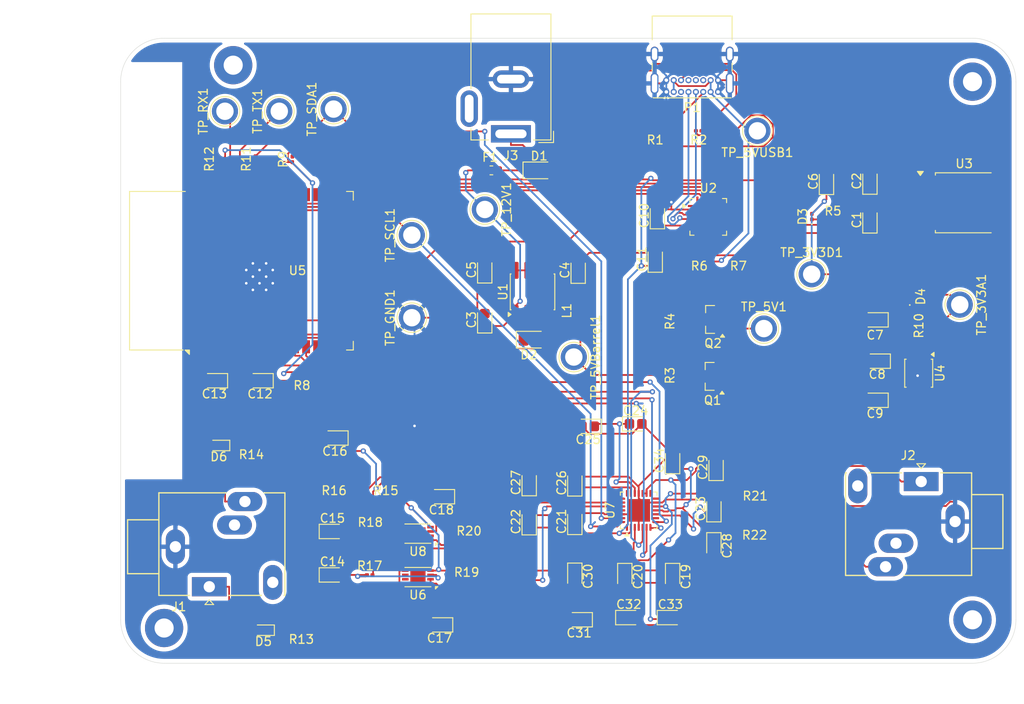
<source format=kicad_pcb>
(kicad_pcb (version 20241229) (generator "pcbnew") (generator_version "9.0")
  (layers (0 "F.Cu" signal) (2 "B.Cu" signal) (13 "F.Paste" user) (15 "B.Paste" user) (5 "F.SilkS" user "F.Silkscreen") (7 "B.SilkS" user "B.Silkscreen") (1 "F.Mask" user) (3 "B.Mask" user) (25 "Edge.Cuts" user))
  (net 0 "")
  (net 1 "GND")
  (net 2 "/5V_POWER")
  (net 3 "/3V3_DIG_POWER")
  (net 4 "/12V_POWER")
  (net 5 "/Barrel_POWER")
  (net 6 "/3V3_ANA_POWER")
  (net 7 "Net-(U4-BYP)")
  (net 8 "/DTR_EN")
  (net 9 "Net-(U5-VDD)")
  (net 10 "/L_AC_IN")
  (net 11 "/LBiased")
  (net 12 "/R_AC_IN")
  (net 13 "/RBiased")
  (net 14 "/VBias")
  (net 15 "/L_ADC_IN")
  (net 16 "/R_ADC_IN")
  (net 17 "/VREF")
  (net 18 "/ADCVREFF")
  (net 19 "/VMID")
  (net 20 "Net-(C28-Pad2)")
  (net 21 "/ROUT1")
  (net 22 "/LOUT1")
  (net 23 "Net-(C29-Pad2)")
  (net 24 "Net-(D1-K)")
  (net 25 "Net-(D1-A)")
  (net 26 "Net-(D2-K)")
  (net 27 "Net-(D3-K)")
  (net 28 "Net-(D4-K)")
  (net 29 "Net-(D5-K)")
  (net 30 "Net-(D5-A)")
  (net 31 "Net-(D6-K)")
  (net 32 "Net-(D6-A)")
  (net 33 "/HP_AMP_IN_R")
  (net 34 "/HP_AMP_IN_L")
  (net 35 "/USB_POWER")
  (net 36 "/D-")
  (net 37 "Net-(P1-VCONN)")
  (net 38 "Net-(P1-CC)")
  (net 39 "/D+")
  (net 40 "Net-(U2-VBUS)")
  (net 41 "/RTS_IO0")
  (net 42 "/SDA")
  (net 43 "/SCL")
  (net 44 "/L_BUF")
  (net 45 "/R_BUF")
  (net 46 "/RX")
  (net 47 "/TX")
  (net 68 "/ASDOUT")
  (net 71 "/LRCK")
  (net 73 "/DSDIN")
  (net 75 "/SCLK")
  (net 99 "/FB")
  (footprint "LED_SMD:LED_0201_0603Metric" (layer "F.Cu") (at 177.0717 84.9225 90)
    (property "Reference" "D3")
    (property "Value" "LED" (hide yes))
  )
  (footprint "TestPoint:TestPoint_Plated_Hole_D2.0mm" (layer "F.Cu") (at 171.5517 97.8)
    (property "Reference" "TP_5V1")
    (property "Value" "TestPoint_5V" (hide yes))
  )
  (footprint "Connector_Audio:Jack_3.5mm_Ledino_KB3SPRS_Horizontal" (layer "F.Cu") (at 107.75 127.5)
    (property "Reference" "J1")
    (property "Value" "AudioJack3")
  )
  (footprint "Resistor_SMD:R_0201_0603Metric" (layer "F.Cu") (at 164.1217 89.55 180)
    (property "Reference" "R6")
    (property "Value" "5.1KΩ")
  )
  (footprint "Resistor_SMD:R_0201_0603Metric" (layer "F.Cu") (at 126.2717 121.1425)
    (property "Reference" "R18")
    (property "Value" "1MΩ")
  )
  (footprint "Package_TO_SOT_SMD:SuperSOT-3" (layer "F.Cu") (at 165.7017 96.75 180)
    (property "Reference" "Q2")
    (property "Value" "PMOS" (hide yes))
  )
  (footprint "MountingHole:MountingHole_2.2mm_M2_Pad_TopBottom" (layer "F.Cu") (at 110.5 67.5)
    (property "Reference" "H3" (hide yes))
    (property "Value" "MountingHole" (hide yes))
  )
  (footprint "Capacitor_Tantalum_SMD:CP_EIA-1608-10_AVX-L" (layer "F.Cu") (at 149.8017 126.3 -90)
    (property "Reference" "C30")
    (property "Value" "10uF")
  )
  (footprint "Inductor_SMD:L_0201_0603Metric" (layer "F.Cu") (at 149.9367 95.755 90)
    (property "Reference" "L1")
    (property "Value" "68uH")
  )
  (footprint "TestPoint:TestPoint_Plated_Hole_D2.0mm" (layer "F.Cu") (at 139.4517 84.1 -90)
    (property "Reference" "TP_12V1")
    (property "Value" "TestPoint_12V" (hide yes))
  )
  (footprint "LED_SMD:LED_0201_0603Metric" (layer "F.Cu") (at 188.3367 94.23 90)
    (property "Reference" "D4")
    (property "Value" "LED" (hide yes))
  )
  (footprint "TestPoint:TestPoint_Plated_Hole_D2.0mm" (layer "F.Cu") (at 194.0867 95.05 -90)
    (property "Reference" "TP_3V3A1")
    (property "Value" "TestPoint_3V3A" (hide yes))
  )
  (footprint "Package_TO_SOT_SMD:TO-252-2" (layer "F.Cu") (at 194.5917 83.33)
    (property "Reference" "U3")
    (property "Value" "NCP1117-3.3_TO252" (hide yes))
  )
  (footprint "MountingHole:MountingHole_2.2mm_M2_Pad_TopBottom" (layer "F.Cu") (at 102.5517 132.25)
    (property "Reference" "H4" (hide yes))
    (property "Value" "MountingHole" (hide yes))
  )
  (footprint "Resistor_SMD:R_0201_0603Metric" (layer "F.Cu") (at 170.4817 120.515 180)
    (property "Reference" "R22")
    (property "Value" "33Ω")
  )
  (footprint "Capacitor_Tantalum_SMD:CP_EIA-1608-10_AVX-L" (layer "F.Cu") (at 165.8017 118.515 90)
    (property "Reference" "C23")
    (property "Value" "10uF")
  )
  (footprint "Capacitor_Tantalum_SMD:CP_EIA-1608-10_AVX-L" (layer "F.Cu") (at 139.4367 96.79 90)
    (property "Reference" "C3")
    (property "Value" "470uF")
  )
  (footprint "Capacitor_Tantalum_SMD:CP_EIA-1608-10_AVX-L" (layer "F.Cu") (at 156.8017 108.765)
    (property "Reference" "C24")
    (property "Value" "10uF")
  )
  (footprint "Resistor_SMD:R_0201_0603Metric" (layer "F.Cu") (at 164.0517 75.05 180)
    (property "Reference" "R2")
    (property "Value" "5.1KΩ")
  )
  (footprint "Capacitor_Tantalum_SMD:CP_EIA-1608-10_AVX-L" (layer "F.Cu") (at 159.0517 89.8 90)
    (property "Reference" "C11")
    (property "Value" "0.1µF")
  )
  (footprint "Package_TO_SOT_SMD:SuperSOT-3" (layer "F.Cu") (at 165.6517 103.3 180)
    (property "Reference" "Q1")
    (property "Value" "PMOS" (hide yes))
  )
  (footprint "Resistor_SMD:R_0201_0603Metric" (layer "F.Cu") (at 118.345 132.5 180)
    (property "Reference" "R13")
    (property "Value" "10KΩ")
  )
  (footprint "Capacitor_Tantalum_SMD:CP_EIA-1608-10_AVX-L" (layer "F.Cu") (at 149.8017 119.98 90)
    (property "Reference" "C21")
    (property "Value" "10uF")
  )
  (footprint "Capacitor_Tantalum_SMD:CP_EIA-1608-10_AVX-L" (layer "F.Cu") (at 150.3017 131.3 180)
    (property "Reference" "C31")
    (property "Value" "0.1uF")
  )
  (footprint "Diode_SMD:D_SOD-523" (layer "F.Cu") (at 113.975 132.5 180)
    (property "Reference" "D5")
    (property "Value" "ESD5Zxx" (hide yes))
  )
  (footprint "MountingHole:MountingHole_2.2mm_M2_Pad_TopBottom" (layer "F.Cu") (at 195.5517 69.395)
    (property "Reference" "H1" (hide yes))
    (property "Value" "MountingHole" (hide yes))
  )
  (footprint "Package_DFN_QFN:DFN-8-1EP_3x2mm_P0.5mm_EP1.75x1.45mm" (layer "F.Cu") (at 131.7517 121.3925 180)
    (property "Reference" "U8")
    (property "Value" "MCP6002-xMC" (hide yes))
  )
  (footprint "Capacitor_Tantalum_SMD:CP_EIA-1608-10_AVX-L" (layer "F.Cu") (at 161.0517 112.98 90)
    (property "Reference" "C34")
    (property "Value" "0.1uF")
  )
  (footprint "TestPoint:TestPoint_Plated_Hole_D2.0mm" (layer "F.Cu") (at 170.8017 75.05 180)
    (property "Reference" "TP_5VUSB1")
    (property "Value" "TestPoint_5VUSB" (hide yes))
  )
  (footprint "Capacitor_Tantalum_SMD:CP_EIA-1608-10_AVX-L" (layer "F.Cu") (at 184.5867 101.55 180)
    (property "Reference" "C8")
    (property "Value" "1uF")
  )
  (footprint "Resistor_SMD:R_0201_0603Metric" (layer "F.Cu") (at 159.0517 75.05 180)
    (property "Reference" "R1")
    (property "Value" "5.1KΩ")
  )
  (footprint "Capacitor_Tantalum_SMD:CP_EIA-1608-10_AVX-L" (layer "F.Cu") (at 184.3367 106.05 180)
    (property "Reference" "C9")
    (property "Value" "0.01uF")
  )
  (footprint "Capacitor_Tantalum_SMD:CP_EIA-1608-10_AVX-L" (layer "F.Cu") (at 178.7517 80.8625 90)
    (property "Reference" "C6")
    (property "Value" "1uF")
  )
  (footprint "Capacitor_Tantalum_SMD:CP_EIA-1608-10_AVX-L" (layer "F.Cu") (at 122.2017 110.3925 180)
    (property "Reference" "C16")
    (property "Value" "10uF")
  )
  (footprint "Resistor_SMD:R_0201_0603Metric" (layer "F.Cu") (at 128.0717 115.3925 180)
    (property "Reference" "R15")
    (property "Value" "100KΩ")
  )
  (footprint "TestPoint:TestPoint_Plated_Hole_D2.0mm" (layer "F.Cu") (at 109.5517 72.8 90)
    (property "Reference" "TP_RX1")
    (property "Value" "TestPoint_RX" (hide yes))
  )
  (footprint "Connector_BarrelJack:BarrelJack_GCT_DCJ200-10-A_Horizontal" (layer "F.Cu") (at 142.4517 75.4 180)
    (property "Reference" "J3")
    (property "Value" "Barrel_Jack" (hide yes))
  )
  (footprint "Resistor_SMD:R_0201_0603Metric" (layer "F.Cu") (at 126.2017 126.1425)
    (property "Reference" "R17")
    (property "Value" "1MΩ")
  )
  (footprint "Resistor_SMD:R_0201_0603Metric" (layer "F.Cu") (at 179.5017 85.3275)
    (property "Reference" "R5")
    (property "Value" "330Ω")
  )
  (footprint "Capacitor_Tantalum_SMD:CP_EIA-1608-10_AVX-L" (layer "F.Cu") (at 121.9167 126.1425)
    (property "Reference" "C14")
    (property "Value" "10uF")
  )
  (footprint "Package_DFN_QFN:QFN-28-1EP_4x4mm_P0.45mm_EP2.6x2.6mm" (layer "F.Cu") (at 157.1517 118.715 90)
    (property "Reference" "U7")
    (property "Value" "ES8388")
  )
  (footprint "Connector_USB:USB_C_Receptacle_GCT_USB4085" (layer "F.Cu") (at 166.2767 70.575 180)
    (property "Reference" "P1")
    (property "Value" "USB_C_Plug_USB2.0" (hide yes))
  )
  (footprint "Capacitor_Tantalum_SMD:CP_EIA-1608-10_AVX-L" (layer "F.Cu") (at 149.8017 115.55 90)
    (property "Reference" "C26")
    (property "Value" "10uF")
  )
  (footprint "Resistor_SMD:R_0201_0603Metric" (layer "F.Cu") (at 161.8017 96.98 90)
    (property "Reference" "R4")
    (property "Value" "100KΩ")
  )
  (footprint "Diode_SMD:D_0805_2012Metric_Pad1.15x1.40mm_HandSolder" (layer "F.Cu") (at 144.9367 99.075)
    (property "Reference" "D2")
    (property "Value" "1N5819WS" (hide yes))
  )
  (footprint "Resistor_SMD:R_0201_0603Metric" (layer "F.Cu") (at 113.0517 78.3 90)
    (property "Reference" "R11")
    (property "Value" "10KΩ")
  )
  (footprint "Capacitor_Tantalum_SMD:CP_EIA-1608-10_AVX-L" (layer "F.Cu") (at 155.5517 126.335 -90)
    (property "Reference" "C20")
    (property "Value" "10uF")
  )
  (footprint "TestPoint:TestPoint_Plated_Hole_D2.0mm" (layer "F.Cu") (at 131.0517 96.55 90)
    (property "Reference" "TP_GND1")
    (property "Value" "TestPoint_GND" (hide yes))
  )
  (footprint "Diode_SMD:D_0805_2012Metric_Pad1.15x1.40mm_HandSolder" (layer "F.Cu") (at 145.7017 79.6)
    (property "Reference" "D1")
    (property "Value" "D_Schottky" (hide yes))
  )
  (footprint "Resistor_SMD:R_0201_0603Metric" (layer "F.Cu") (at 117.3017 78.335 90)
    (property "Reference" "R9")
    (property "Value" "10KΩ")
  )
  (footprint "Capacitor_Tantalum_SMD:CP_EIA-1608-10_AVX-L" (layer "F.Cu") (at 156.0167 131.05)
    (property "Reference" "C32")
    (property "Value" "0.1uF")
  )
  (footprint "Resistor_SMD:R_0201_0603Metric" (layer "F.Cu") (at 118.4067 103.3 180)
    (property "Reference" "R8")
    (property "Value" "10KΩ")
  )
  (footprint "Resistor_SMD:R_0201_0603Metric" (layer "F.Cu") (at 122.1067 115.3925 180)
    (property "Reference" "R16")
    (property "Value" "100KΩ")
  )
  (footprint "Capacitor_Tantalum_SMD:CP_EIA-1608-10_AVX-L" (layer "F.Cu") (at 151.3367 109.05 180)
    (property "Reference" "C25")
    (property "Value" "0.1uF")
  )
  (footprint "TestPoint:TestPoint_Plated_Hole_D2.0mm" (layer "F.Cu") (at 149.6867 101.075 -90)
    (property "Reference" "TP_5VBarrel1")
    (property "Value" "TestPoint_5VBarrel" (hide yes))
  )
  (footprint "Package_DFN_QFN:DFN-8-1EP_3x2mm_P0.5mm_EP1.75x1.45mm" (layer "F.Cu") (at 131.7517 126.3925 180)
    (property "Reference" "U6")
    (property "Value" "MCP6002-xMC" (hide yes))
  )
  (footprint "Resistor_SMD:R_0201_0603Metric" (layer "F.Cu") (at 112.595 111.25 180)
    (property "Reference" "R14")
    (property "Value" "10KΩ")
  )
  (footprint "Capacitor_Tantalum_SMD:CP_EIA-1608-10_AVX-L" (layer "F.Cu") (at 121.9167 121.1425)
    (property "Reference" "C15")
    (property "Value" "10uF")
  )
  (footprint "Package_SO:MSOP-8_3x3mm_P0.65mm" (layer "F.Cu") (at 189.3617 102.9375 -90)
    (property "Reference" "U4")
    (property "Value" "LT1762-3.3" (hide yes))
  )
  (footprint "Capacitor_Tantalum_SMD:CP_EIA-1608-10_AVX-L" (layer "F.Cu") (at 160.8017 131.05)
    (property "Reference" "C33")
    (property "Value" "0.1uF")
  )
  (footprint "Resistor_SMD:R_0201_0603Metric" (layer "F.Cu") (at 137.3567 126.8925)
    (property "Reference" "R19")
    (property "Value" "10KΩ")
  )
  (footprint "Capacitor_Tantalum_SMD:CP_EIA-1608-10_AVX-L" (layer "F.Cu") (at 144.5517 120.015 90)
    (property "Reference" "C22")
    (property "Value" "0.1uF")
  )
  (footprint "Resistor_SMD:R_0201_0603Metric" (layer "F.Cu") (at 161.8017 103.205 90)
    (property "Reference" "R3")
    (property "Value" "100KΩ")
  )
  (footprint "Resistor_SMD:R_0201_0603Metric" (layer "F.Cu") (at 108.8017 78.3 90)
    (property "Reference" "R12")
    (property "Value" "10KΩ")
  )
  (footprint "Capacitor_Tantalum_SMD:CP_EIA-1608-10_AVX-L" (layer "F.Cu") (at 183.7517 80.8275 90)
    (property "Reference" "C2")
    (property "Value" "10uF")
  )
  (footprint "TestPoint:TestPoint_Plated_Hole_D2.0mm" (layer "F.Cu") (at 177.0517 91.55)
    (property "Reference" "TP_3V3D1")
    (property "Value" "TestPoint_3V3D" (hide yes))
  )
  (footprint "Capacitor_Tantalum_SMD:CP_EIA-1608-10_AVX-L" (layer "F.Cu") (at 165.8017 122.8 -90)
    (property "Reference" "C28")
    (property "Value" "470uF")
  )
  (footprint "Capacitor_Tantalum_SMD:CP_EIA-1608-10_AVX-L" (layer "F.Cu") (at 159.3017 84.8 90)
    (property "Reference" "C10")
    (property "Value" "0.1µF")
  )
  (footprint "Capacitor_Tantalum_SMD:CP_EIA-1608-10_AVX-L" (layer "F.Cu") (at 150.1867 91.075 90)
    (property "Reference" "C4")
    (property "Value" "180uF")
  )
  (footprint "Capacitor_Tantalum_SMD:CP_EIA-1608-10_AVX-L" (layer "F.Cu") (at 134.4517 117.1425 180)
    (property "Reference" "C18")
    (property "Value" "10uF")
  )
  (footprint "Connector_Audio:Jack_3.5mm_Ledino_KB3SPRS_Horizontal" (layer "F.Cu") (at 189.65 115.4 180)
    (property "Reference" "J2")
    (property "Value" "AudioJack3")
  )
  (footprint "Resistor_SMD:R_0201_0603Metric" (layer "F.Cu") (at 168.6217 89.55 180)
    (property "Reference" "R7")
    (property "Value" "10KΩ")
  )
  (footprint "MountingHole:MountingHole_2.2mm_M2_Pad_TopBottom" (layer "F.Cu") (at 195.5517 131.3)
    (property "Reference" "H2" (hide yes))
    (property "Value" "MountingHole" (hide yes))
  )
  (footprint "Capacitor_Tantalum_SMD:CP_EIA-1608-10_AVX-L" (layer "F.Cu") (at 144.5517 115.515 90)
    (property "Reference" "C27")
    (property "Value" "0.1uF")
  )
  (footprint "Capacitor_Tantalum_SMD:CP_EIA-1608-10_AVX-L" (layer "F.Cu") (at 113.5867 103.8 180)
    (property "Reference" "C12")
    (property "Value" "100nF")
  )
  (footprint "Capacitor_Tantalum_SMD:CP_EIA-1608-10_AVX-L" (layer "F.Cu") (at 183.7517 85.2925 90)
    (property "Reference" "C1")
    (property "Value" "10uF")
  )
  (footprint "Diode_SMD:D_SOD-523" (layer "F.Cu") (at 108.845 111.25 180)
    (property "Reference" "D6")
    (property "Value" "ESD5Zxx" (hide yes))
  )
  (footprint "TestPoint:TestPoint_Plated_Hole_D2.0mm" (layer "F.Cu") (at 115.8017 72.8 90)
    (property "Reference" "TP_TX1")
    (property "Value" "TestPoint_TX" (hide yes))
  )
  (footprint "TestPoint:TestPoint_Plated_Hole_D2.0mm" (layer "F.Cu") (at 131.0517 87.05 90)
    (property "Reference" "TP_SCL1")
    (property "Value" "TestPoint_SCL" (hide yes))
  )
  (footprint "Package_SO:SOIC-8_3.9x4.9mm_P1.27mm" (layer "F.Cu") (at 144.9367 93.575 90)
    (property "Reference" "U1")
    (property "Value" "XL1509-5.0" (hide yes))
  )
  (footprint "Capacitor_Tantalum_SMD:CP_EIA-1608-10_AVX-L" (layer "F.Cu") (at 166.0517 113.765 90)
    (property "Reference" "C29")
    (property "Value" "470uF")
  )
  (footprint "Package_DFN_QFN:QFN-24-1EP_4x4mm_P0.5mm_EP2.6x2.6mm" (layer "F.Cu") (at 165.1517 84.95)
    (property "Reference" "U2")
    (property "Value" "CP2102N-Axx-xQFN24" (hide yes))
  )
  (footprint "Capacitor_Tantalum_SMD:CP_EIA-1608-10_AVX-L" (layer "F.Cu") (at 161.0517 126.335 -90)
    (property "Reference" "C19")
    (property "Value" "0.1uF")
  )
  (footprint "Resistor_SMD:R_0201_0603Metric" (layer "F.Cu") (at 137.6317 122.1425)
    (property "Reference" "R20")
    (property "Value" "10KΩ")
  )
  (footprint "Fuse:Fuse_0603_1608Metric" (layer "F.Cu") (at 140.2017 79.6 180)
    (property "Reference" "F1")
    (property "Value" "Fuse" (hide yes))
  )
  (footprint "RF_Module:ESP32-WROOM-32" (layer "F.Cu") (at 114.4367 91.145 90)
    (property "Reference" "U5")
    (property "Value" "ESP32-WROOM-32")
  )
  (footprint "Capacitor_Tantalum_SMD:CP_EIA-1608-10_AVX-L" (layer "F.Cu") (at 108.3367 103.8 180)
    (property "Reference" "C13")
    (property "Value" "0.1µF")
  )
  (footprint "Resistor_SMD:R_0201_0603Metric" (layer "F.Cu") (at 188.3367 97.48 -90)
    (property "Reference" "R10")
    (property "Value" "330Ω")
  )
  (footprint "Capacitor_Tantalum_SMD:CP_EIA-1608-10_AVX-L" (layer "F.Cu") (at 134.2367 131.8925 180)
    (property "Reference" "C17")
    (property "Value" "10uF")
  )
  (footprint "Capacitor_Tantalum_SMD:CP_EIA-1608-10_AVX-L" (layer "F.Cu") (at 139.4367 91.04 90)
    (property "Reference" "C5")
    (property "Value" "105F")
  )
  (footprint "Resistor_SMD:R_0201_0603Metric" (layer "F.Cu") (at 170.5517 116.015 180)
    (property "Reference" "R21")
    (property "Value" "33Ω")
  )
  (footprint "TestPoint:TestPoint_Plated_Hole_D2.0mm" (layer "F.Cu") (at 122.0517 72.55 90)
    (property "Reference" "TP_SDA1")
    (property "Value" "TestPoint_SDA" (hide yes))
  )
  (footprint "Capacitor_Tantalum_SMD:CP_EIA-1608-10_AVX-L" (layer "F.Cu") (at 184.3367 96.8 180)
    (property "Reference" "C7")
    (property "Value" "10uF")
  )
  (gr_line (start 97.5517 131.3) (end 97.5517 69.395) (stroke (width 0.05)) (layer "Edge.Cuts"))
  (gr_arc (start 102.5517 136.3) (mid 99.016166 134.835534) (end 97.5517 131.3) (stroke (width 0.05)) (layer "Edge.Cuts"))
  (gr_arc (start 195.5517 64.395) (mid 199.087234 65.859466) (end 200.5517 69.395) (stroke (width 0.05)) (layer "Edge.Cuts"))
  (gr_arc (start 97.5517 69.395) (mid 99.016166 65.859466) (end 102.5517 64.395) (stroke (width 0.05)) (layer "Edge.Cuts"))
  (gr_arc (start 200.5517 131.3) (mid 199.087234 134.835534) (end 195.5517 136.3) (stroke (width 0.05)) (layer "Edge.Cuts"))
  (gr_line (start 102.5517 64.395) (end 195.5517 64.395) (stroke (width 0.05)) (layer "Edge.Cuts"))
  (gr_line (start 195.5517 136.3) (end 102.5517 136.3) (stroke (width 0.05)) (layer "Edge.Cuts"))
  (gr_line (start 200.5517 69.395) (end 200.5517 131.3) (stroke (width 0.05)) (layer "Edge.Cuts"))
  (segment (start 107.6217 103.8) (end 108.4713 104.6496) (width 0.2) (layer "F.Cu") (net 1))
  (segment (start 158.4086 89.085) (end 159.0517 89.085) (width 0.2) (layer "F.Cu") (net 1))
  (segment (start 193.55 120) (end 193.55 117.7183) (width 0.2) (layer "F.Cu") (net 1))
  (segment (start 163.2142 84.2) (end 163.1213 84.1071) (width 0.2) (layer "F.Cu") (net 1))
  (segment (start 133.7367 117.1425) (end 136.0792 114.8) (width 0.2) (layer "F.Cu") (net 1))
  (segment (start 160.3267 70.575) (end 158.7317 72.17) (width 0.2) (layer "F.Cu") (net 1))
  (segment (start 151.4694 109.8977) (end 156.384 109.8977) (width 0.2) (layer "F.Cu") (net 1))
  (segment (start 164.4017 84.2) (end 163.2142 84.2) (width 0.2) (layer "F.Cu") (net 1))
  (segment (start 157.1517 119.615) (end 156.7017 119.165) (width 0.2) (layer "F.Cu") (net 1))
  (segment (start 129.645 125.6425) (end 129.645 123.0935) (width 0.2) (layer "F.Cu") (net 1))
  (segment (start 158.7317 75.254) (end 160.3094 76.8317) (width 0.2) (layer "F.Cu") (net 1))
  (segment (start 184.9596 100.7023) (end 184.7194 100.7023) (width 0.2) (layer "F.Cu") (net 1))
  (segment (start 160.8893 112.1376) (end 157.5167 108.765) (width 0.2) (layer "F.Cu") (net 1))
  (segment (start 144.5867 114.835) (end 149.8017 114.835) (width 0.2) (layer "F.Cu") (net 1))
  (segment (start 146.1483 91.1) (end 144.3017 91.1) (width 0.2) (layer "F.Cu") (net 1))
  (segment (start 112.7193 93.35) (end 112.0017 93.35) (width 0.2) (layer "F.Cu") (net 1))
  (segment (start 158.9767 69.595) (end 159.9567 69.595) (width 0.2) (layer "F.Cu") (net 1))
  (segment (start 184.6892 81.05) (end 183.7517 80.1125) (width 0.2) (layer "F.Cu") (net 1))
  (segment (start 165.8017 117.8) (end 165.4738 117.4721) (width 0.2) (layer "F.Cu") (net 1))
  (segment (start 138.563 98.0184) (end 138.563 96.55) (width 0.2) (layer "F.Cu") (net 1))
  (segment (start 112.3608 89.8966) (end 112.7642 90.3) (width 0.2) (layer "F.Cu") (net 1))
  (segment (start 140.6114 100.0668) (end 138.563 98.0184) (width 0.2) (layer "F.Cu") (net 1))
  (segment (start 167.6267 66.215) (end 167.6267 67.3467) (width 0.2) (layer "F.Cu") (net 1))
  (segment (start 107.6217 103.8) (end 106.1867 102.365) (width 0.2) (layer "F.Cu") (net 1))
  (segment (start 133.5217 131.8925) (end 129.6229 127.9937) (width 0.2) (layer "F.Cu") (net 1))
  (segment (start 180.5717 84.5775) (end 183.7517 84.5775) (width 0.2) (layer "F.Cu") (net 1))
  (segment (start 119.4642 110.3925) (end 112.8717 103.8) (width 0.2) (layer "F.Cu") (net 1))
  (segment (start 184.6892 83.64) (end 184.6892 81.05) (width 0.2) (layer "F.Cu") (net 1))
  (segment (start 138.563 96.55) (end 131.0517 96.55) (width 0.2) (layer "F.Cu") (net 1))
  (segment (start 166.2767 69.225) (end 167.2567 69.225) (width 0.2) (layer "F.Cu") (net 1))
  (segment (start 112.7642 93.35) (end 112.7193 93.35) (width 0.2) (layer "F.Cu") (net 1))
  (segment (start 112.0221 104.6496) (end 112.8717 103.8) (width 0.2) (layer "F.Cu") (net 1))
  (segment (start 133.5217 131.8925) (end 134.4233 132.7941) (width 0.2) (layer "F.Cu") (net 1))
  (segment (start 121.4867 110.3925) (end 119.4642 110.3925) (width 0.2) (layer "F.Cu") (net 1))
  (segment (start 150.1867 90.36) (end 147.5817 90.36) (width 0.2) (layer "F.Cu") (net 1))
  (segment (start 108.195 96.855) (end 112.0017 96.855) (width 0.2) (layer "F.Cu") (net 1))
  (segment (start 134.4233 132.7941) (end 148.968 132.7941) (width 0.2) (layer "F.Cu") (net 1))
  (segment (start 157.6466 117.815) (end 159.1017 117.815) (width 0.2) (layer "F.Cu") (net 1))
  (segment (start 129.6229 127.9937) (end 129.6229 125.6661) (width 0.2) (layer "F.Cu") (net 1))
  (segment (start 161.5167 131.05) (end 160.6617 131.905) (width 0.2) (layer "F.Cu") (net 1))
  (segment (start 114.6705 90.3) (end 113.5267 90.3) (width 0.2) (layer "F.Cu") (net 1))
  (segment (start 188.3867 100.825) (end 188.264 100.7023) (width 0.2) (layer "F.Cu") (net 1))
  (segment (start 165.1517 84.95) (end 164.4017 84.2) (width 0.2) (layer "F.Cu") (net 1))
  (segment (start 161.0517 127.05) (end 161.0517 130.585) (width 0.2) (layer "F.Cu") (net 1))
  (segment (start 106.1867 99.895) (end 106.1867 98.8633) (width 0.2) (layer "F.Cu") (net 1))
  (segment (start 155.9749 114.835) (end 149.8017 114.835) (width 0.2) (layer "F.Cu") (net 1))
  (segment (start 160.219 117.4721) (end 159.8762 117.8149) (width 0.2) (layer "F.Cu") (net 1))
  (segment (start 113.5267 91.825) (end 112.7642 91.825) (width 0.2) (layer "F.Cu") (net 1))
  (segment (start 150.0334 119.0333) (end 149.8017 119.265) (width 0.2) (layer "F.Cu") (net 1))
  (segment (start 151.4617 89.085) (end 158.4086 89.085) (width 0.2) (layer "F.Cu") (net 1))
  (segment (start 157.1517 116.765) (end 157.1517 117.3201) (width 0.2) (layer "F.Cu") (net 1))
  (segment (start 183.6217 96.8) (end 184.6217 97.8) (width 0.2) (layer "F.Cu") (net 1))
  (segment (start 139.4367 90.325) (end 138.5864 91.1753) (width 0.2) (layer "F.Cu") (net 1))
  (segment (start 184.6892 81.05) (end 189.5517 81.05) (width 0.2) (layer "F.Cu") (net 1))
  (segment (start 115.0517 93.35) (end 114.2892 93.35) (width 0.2) (layer "F.Cu") (net 1))
  (segment (start 172.5834 74.3119) (end 171.5398 73.2683) (width 0.2) (layer "F.Cu") (net 1))
  (segment (start 157.1517 116.765) (end 157.1517 116.0118) (width 0.2) (layer "F.Cu") (net 1))
  (segment (start 183.7517 84.5775) (end 184.6892 83.64) (width 0.2) (layer "F.Cu") (net 1))
  (segment (start 115.0517 91.825) (end 114.2892 91.825) (width 0.2) (layer "F.Cu") (net 1))
  (segment (start 143.0317 91.1) (end 144.3017 91.1) (width 0.2) (layer "F.Cu") (net 1))
  (segment (start 129.6229 125.6661) (end 129.6465 125.6425) (width 0.2) (layer "F.Cu") (net 1))
  (segment (start 149.5867 132.1754) (end 149.5867 131.3) (width 0.2) (layer "F.Cu") (net 1))
  (segment (start 145.9617 99.075) (end 144.9699 100.0668) (width 0.2) (layer "F.Cu") (net 1))
  (segment (start 149.5867 132.1754) (end 155.6063 132.1754) (width 0.2) (layer "F.Cu") (net 1))
  (segment (start 165.4738 117.4721) (end 160.219 117.4721) (width 0.2) (layer "F.Cu") (net 1))
  (segment (start 184.7194 100.7023) (end 183.8717 101.55) (width 0.2) (layer "F.Cu") (net 1))
  (segment (start 114.6705 90.3) (end 114.2892 90.3) (width 0.2) (layer "F.Cu") (net 1))
  (segment (start 112.0017 91.825) (end 112.7642 91.825) (width 0.2) (layer "F.Cu") (net 1))
  (segment (start 149.8367 127.05) (end 149.8017 127.015) (width 0.2) (layer "F.Cu") (net 1))
  (segment (start 138.5864 91.1753) (end 138.5864 95.6234) (width 0.2) (layer "F.Cu") (net 1))
  (segment (start 144.5517 119.3) (end 140.7582 123.0935) (width 0.2) (layer "F.Cu") (net 1))
  (segment (start 146.1483 91.1) (end 146.8417 91.1) (width 0.2) (layer "F.Cu") (net 1))
  (segment (start 144.5517 114.8) (end 144.5867 114.835) (width 0.2) (layer "F.Cu") (net 1))
  (segment (start 192.9778 117.7183) (end 192.4836 118.2125) (width 0.2) (layer "F.Cu") (net 1))
  (segment (start 140.7582 123.0935) (end 129.645 123.0935) (width 0.2) (layer "F.Cu") (net 1))
  (segment (start 184.6217 97.8) (end 184.9596 97.8) (width 0.2) (layer "F.Cu") (net 1))
  (segment (start 158.4086 89.085) (end 158.4086 84.9781) (width 0.2) (layer "F.Cu") (net 1))
  (segment (start 150.1867 90.36) (end 151.4617 89.085) (width 0.2) (layer "F.Cu") (net 1))
  (segment (start 121.7867 115.3925) (end 121.7867 110.6925) (width 0.2) (layer "F.Cu") (net 1))
  (segment (start 157.5867 131.905) (end 156.7317 131.05) (width 0.2) (layer "F.Cu") (net 1))
  (segment (start 171.5398 76.8317) (end 172.5834 75.7881) (width 0.2) (layer "F.Cu") (net 1))
  (segment (start 144.9699 100.0668) (end 140.6114 100.0668) (width 0.2) (layer "F.Cu") (net 1))
  (segment (start 136.0792 114.8) (end 136.0792 113.7187) (width 0.2) (layer "F.Cu") (net 1))
  (segment (start 155.6063 132.1754) (end 156.7317 131.05) (width 0.2) (layer "F.Cu") (net 1))
  (segment (start 161.0517 130.585) (end 161.5167 131.05) (width 0.2) (layer "F.Cu") (net 1))
  (segment (start 112.0017 89.8966) (end 112.0017 89.4933) (width 0.2) (layer "F.Cu") (net 1))
  (segment (start 131.3606 109.0001) (end 122.8791 109.0001) (width 0.2) (layer "F.Cu") (net 1))
  (segment (start 179.8217 85.4854) (end 179.4396 85.8675) (width 0.2) (layer "F.Cu") (net 1))
  (segment (start 157.1517 117.3201) (end 157.6466 117.815) (width 0.2) (layer "F.Cu") (net 1))
  (segment (start 159.9567 69.595) (end 160.3267 69.225) (width 0.2) (layer "F.Cu") (net 1))
  (segment (start 155.5517 127.05) (end 161.0517 127.05) (width 0.2) (layer "F.Cu") (net 1))
  (segment (start 189.2357 103.2177) (end 188.3867 102.3687) (width 0.2) (layer "F.Cu") (net 1))
  (segment (start 156.7017 119.165) (end 157.1517 118.715) (width 0.2) (layer "F.Cu") (net 1))
  (segment (start 188.264 100.7023) (end 184.9596 100.7023) (width 0.2) (layer "F.Cu") (net 1))
  (segment (start 161.0517 112.265) (end 161.0167 112.265) (width 0.2) (layer "F.Cu") (net 1))
  (segment (start 159.8762 117.8149) (end 159.1017 117.8149) (width 0.2) (layer "F.Cu") (net 1))
  (segment (start 112.0017 89.8966) (end 112.3608 89.8966) (width 0.2) (layer "F.Cu") (net 1))
  (segment (start 160.9055 84.085) (end 159.3017 84.085) (width 0.2) (layer "F.Cu") (net 1))
  (segment (start 158.9767 67.3467) (end 167.6267 67.3467) (width 0.2) (layer "F.Cu") (net 1))
  (segment (start 112.0017 89.4933) (end 106.1867 83.6783) (width 0.2) (layer "F.Cu") (net 1))
  (segment (start 153.0909 119.0333) (end 150.0334 119.0333) (width 0.2) (layer "F.Cu") (net 1))
  (segment (start 179.8217 85.3275) (end 180.5717 84.5775) (width 0.2) (layer "F.Cu") (net 1))
  (segment (start 129.645 123.0935) (end 129.645 120.6425) (width 0.2) (layer "F.Cu") (net 1))
  (segment (start 142.4517 69.1) (end 144.8334 69.1) (width 0.2) (layer "F.Cu") (net 1))
  (segment (start 172.5834 75.7881) (end 172.5834 74.3119) (width 0.2) (layer "F.Cu") (net 1))
  (segment (start 150.6217 109.05) (end 151.4694 109.8977) (width 0.2) (layer "F.Cu") (net 1))
  (segment (start 153.2226 119.165) (end 153.0909 119.0333) (width 0.2) (layer "F.Cu") (net 1))
  (segment (start 113.5267 90.3) (end 112.7642 90.3) (width 0.2) (layer "F.Cu") (net 1))
  (segment (start 158.7317 75.05) (end 158.7317 75.254) (width 0.2) (layer "F.Cu") (net 1))
  (segment (start 157.1517 120.665) (end 157.1517 119.615) (width 0.2) (layer "F.Cu") (net 1))
  (segment (start 158.4086 84.9781) (end 159.3017 84.085) (width 0.2) (layer "F.Cu") (net 1))
  (segment (start 138.5864 95.6234) (end 139.038 96.075) (width 0.2) (layer "F.Cu") (net 1))
  (segment (start 143.0317 91.1) (end 142.2567 90.325) (width 0.2) (layer "F.Cu") (net 1))
  (segment (start 179.4396 85.8675) (end 172.6242 85.8675) (width 0.2) (layer "F.Cu") (net 1))
  (segment (start 163.7317 75.2762) (end 163.7317 75.05) (width 0.2) (layer "F.Cu") (net 1))
  (segment (start 112.7193 93.35) (end 113.5267 93.35) (width 0.2) (layer "F.Cu") (net 1))
  (segment (start 171.5398 73.2683) (end 170.0638 73.2683) (width 0.2) (layer "F.Cu") (net 1))
  (segment (start 106.1867 98.8633) (end 108.195 96.855) (width 0.2) (layer "F.Cu") (net 1))
  (segment (start 121.7867 110.6925) (end 121.4867 110.3925) (width 0.2) (layer "F.Cu") (net 1))
  (segment (start 112.0017 90.3) (end 112.0017 89.8966) (width 0.2) (layer "F.Cu") (net 1))
  (segment (start 130.3017 120.6425) (end 129.645 120.6425) (width 0.2) (layer "F.Cu") (net 1))
  (segment (start 139.038 96.075) (end 139.4367 96.075) (width 0.2) (layer "F.Cu") (net 1))
  (segment (start 108.4713 104.6496) (end 112.0221 104.6496) (width 0.2) (layer "F.Cu") (net 1))
  (segment (start 178.7867 80.1125) (end 178.7517 80.1475) (width 0.2) (layer "F.Cu") (net 1))
  (segment (start 155.2017 119.165) (end 156.7017 119.165) (width 0.2) (layer "F.Cu") (net 1))
  (segment (start 138.563 96.55) (end 139.038 96.075) (width 0.2) (layer "F.Cu") (net 1))
  (segment (start 160.9055 83.2555) (end 160.9055 84.085) (width 0.2) (layer "F.Cu") (net 1))
  (segment (start 160.6617 131.905) (end 157.5867 131.905) (width 0.2) (layer "F.Cu") (net 1))
  (segment (start 158.9767 66.215) (end 158.9767 67.3467) (width 0.2) (layer "F.Cu") (net 1))
  (segment (start 129.6465 125.6425) (end 129.645 125.6425) (width 0.2) (layer "F.Cu") (net 1))
  (segment (start 188.3867 102.3687) (end 188.3867 100.825) (width 0.2) (layer "F.Cu") (net 1))
  (segment (start 183.7517 80.1125) (end 178.7867 80.1125) (width 0.2) (layer "F.Cu") (net 1))
  (segment (start 155.5517 127.05) (end 149.8367 127.05) (width 0.2) (layer "F.Cu") (net 1))
  (segment (start 129.7409 125.6425) (end 129.6465 125.6425) (width 0.2) (layer "F.Cu") (net 1))
  (segment (start 155.2017 119.165) (end 153.2226 119.165) (width 0.2) (layer "F.Cu") (net 1))
  (segment (start 149.8017 119.265) (end 144.5867 119.265) (width 0.2) (layer "F.Cu") (net 1))
  (segment (start 113.5267 92.5875) (end 115.0517 92.5875) (width 0.2) (layer "F.Cu") (net 1))
  (segment (start 172.6242 85.8675) (end 168.9417 89.55) (width 0.2) (layer "F.Cu") (net 1))
  (segment (start 157.6466 118.2201) (end 157.6466 117.815) (width 0.2) (layer "F.Cu") (net 1))
  (segment (start 146.8417 91.1) (end 146.8417 96.05) (width 0.2) (layer "F.Cu") (net 1))
  (segment (start 106.1867 83.6783) (end 106.1867 82.395) (width 0.2) (layer "F.Cu") (net 1))
  (segment (start 161.0167 112.265) (end 160.8893 112.1376) (width 0.2) (layer "F.Cu") (net 1))
  (segment (start 167.779 75.5531) (end 164.0086 75.5531) (width 0.2) (layer "F.Cu") (net 1))
  (segment (start 112.0017 96.855) (end 123.9467 96.855) (width 0.2) (layer "F.Cu") (net 1))
  (segment (start 147.5817 90.36) (end 146.8417 91.1) (width 0.2) (layer "F.Cu") (net 1))
  (segment (start 170.0638 73.2683) (end 167.779 75.5531) (width 0.2) (layer "F.Cu") (net 1))
  (segment (start 184.9596 97.8) (end 188.3367 97.8) (width 0.2) (layer "F.Cu") (net 1))
  (segment (start 112.0017 92.5875) (end 113.5267 92.5875) (width 0.2) (layer "F.Cu") (net 1))
  (segment (start 157.1517 118.715) (end 157.6466 118.2201) (width 0.2) (layer "F.Cu") (net 1))
  (segment (start 184.9596 100.7023) (end 184.9596 97.8) (width 0.2) (layer "F.Cu") (net 1))
  (segment (start 112.0017 93.35) (end 112.0017 94.1567) (width 0.2) (layer "F.Cu") (net 1))
  (segment (start 115.0517 90.3) (end 114.6705 90.3) (width 0.2) (layer "F.Cu") (net 1))
  (segment (start 193.55 117.7183) (end 192.9778 117.7183) (width 0.2) (layer "F.Cu") (net 1))
  (segment (start 192.4836 118.2125) (end 166.2142 118.2125) (width 0.2) (layer "F.Cu") (net 1))
  (segment (start 158.7317 72.17) (end 158.7317 75.05) (width 0.2) (layer "F.Cu") (net 1))
  (segment (start 156.384 109.8977) (end 157.5167 108.765) (width 0.2) (layer "F.Cu") (net 1))
  (segment (start 157.0834 115.9435) (end 155.9749 114.835) (width 0.2) (layer "F.Cu") (net 1))
  (segment (start 144.8334 69.1) (end 145.8201 68.1133) (width 0.2) (layer "F.Cu") (net 1))
  (segment (start 113.5267 93.35) (end 114.2892 93.35) (width 0.2) (layer "F.Cu") (net 1))
  (segment (start 176.9428 80.1475) (end 178.7517 80.1475) (width 0.2) (layer "F.Cu") (net 1))
  (segment (start 145.8201 68.1133) (end 158.9767 68.1133) (width 0.2) (layer "F.Cu") (net 1))
  (segment (start 159.1017 117.8149) (end 159.1017 117.815) (width 0.2) (layer "F.Cu") (net 1))
  (segment (start 166.2142 118.2125) (end 165.8017 117.8) (width 0.2) (layer "F.Cu") (net 1))
  (segment (start 142.2567 90.325) (end 139.4367 90.325) (width 0.2) (layer "F.Cu") (net 1))
  (segment (start 145.5717 91.1) (end 146.1483 91.1) (width 0.2) (layer "F.Cu") (net 1))
  (segment (start 157.0834 115.9435) (end 160.8893 112.1376) (width 0.2) (layer "F.Cu") (net 1))
  (segment (start 167.2567 69.225) (end 167.6267 69.595) (width 0.2) (layer "F.Cu") (net 1))
  (segment (start 136.0792 113.7187) (end 131.3606 109.0001) (width 0.2) (layer "F.Cu") (net 1))
  (segment (start 157.1517 116.0118) (end 157.0834 115.9435) (width 0.2) (layer "F.Cu") (net 1))
  (segment (start 106.1867 102.365) (end 106.1867 99.895) (width 0.2) (layer "F.Cu") (net 1))
  (segment (start 148.968 132.7941) (end 149.5867 132.1754) (width 0.2) (layer "F.Cu") (net 1))
  (segment (start 136.0792 114.8) (end 144.5517 114.8) (width 0.2) (layer "F.Cu") (net 1))
  (segment (start 179.8217 85.3275) (end 179.8217 85.4854) (width 0.2) (layer "F.Cu") (net 1))
  (segment (start 112.0017 96.855) (end 112.0017 94.1567) (width 0.2) (layer "F.Cu") (net 1))
  (segment (start 163.1213 84.1071) (end 160.9276 84.1071) (width 0.2) (layer "F.Cu") (net 1))
  (segment (start 122.8791 109.0001) (end 121.4867 110.3925) (width 0.2) (layer "F.Cu") (net 1))
  (segment (start 164.0086 75.5531) (end 163.7317 75.2762) (width 0.2) (layer "F.Cu") (net 1))
  (segment (start 114.2892 91.825) (end 113.5267 91.825) (width 0.2) (layer "F.Cu") (net 1))
  (segment (start 172.5834 75.7881) (end 176.9428 80.1475) (width 0.2) (layer "F.Cu") (net 1))
  (segment (start 158.9767 69.595) (end 158.9767 68.1133) (width 0.2) (layer "F.Cu") (net 1))
  (segment (start 160.3094 76.8317) (end 171.5398 76.8317) (width 0.2) (layer "F.Cu") (net 1))
  (segment (start 130.3017 125.6425) (end 129.7409 125.6425) (width 0.2) (layer "F.Cu") (net 1))
  (segment (start 160.9276 84.1071) (end 160.9055 84.085) (width 0.2) (layer "F.Cu") (net 1))
  (segment (start 144.5867 119.265) (end 144.5517 119.3) (width 0.2) (layer "F.Cu") (net 1))
  (via (at 131.3606 109.0001) (size 0.6) (drill 0.3) (layers "F.Cu" "B.Cu") (net 1))
  (via (at 160.9055 83.2555) (size 0.6) (drill 0.3) (layers "F.Cu" "B.Cu") (net 1))
  (via (at 189.2357 103.2177) (size 0.6) (drill 0.3) (layers "F.Cu" "B.Cu") (net 1))
  (segment (start 160.3267 82.6767) (end 160.9055 83.2555) (width 0.2) (layer "B.Cu") (net 1))
  (segment (start 113.5267 92.5875) (end 113.5267 91.825) (width 0.2) (layer "B.Cu") (net 1))
  (segment (start 113.5267 91.825) (end 112.7642 91.825) (width 0.2) (layer "B.Cu") (net 1))
  (segment (start 166.2767 70.575) (end 166.2767 69.225) (width 0.2) (layer "B.Cu") (net 1))
  (segment (start 160.3267 70.575) (end 160.3267 82.6767) (width 0.2) (layer "B.Cu") (net 1))
  (segment (start 103.85 120.6183) (end 112.0017 112.4666) (width 0.2) (layer "B.Cu") (net 1))
  (segment (start 131.3606 96.8589) (end 131.0517 96.55) (width 0.2) (layer "B.Cu") (net 1))
  (segment (start 158.9767 66.215) (end 158.9767 67.3467) (width 0.2) (layer "B.Cu") (net 1))
  (segment (start 166.2767 69.225) (end 166.2767 68.6967) (width 0.2) (layer "B.Cu") (net 1))
  (segment (start 114.2892 93.35) (end 114.2892 91.825) (width 0.2) (layer "B.Cu") (net 1))
  (segment (start 160.3267 69.225) (end 160.3267 70.575) (width 0.2) (layer "B.Cu") (net 1))
  (segment (start 189.2357 103.2177) (end 193.55 107.532) (width 0.2) (layer "B.Cu") (net 1))
  (segment (start 160.3267 68.6967) (end 158.9767 67.3467) (width 0.2) (layer "B.Cu") (net 1))
  (segment (start 115.0517 91.0625) (end 114.2892 90.3) (width 0.2) (layer "B.Cu") (net 1))
  (segment (start 160.3267 69.225) (end 160.3267 68.6967) (width 0.2) (layer "B.Cu") (net 1))
  (segment (start 112.0017 112.4666) (end 112.0017 92.5875) (width 0.2) (layer "B.Cu") (net 1))
  (segment (start 115.0517 91.0625) (end 115.0517 92.5875) (width 0.2) (layer "B.Cu") (net 1))
  (segment (start 166.2767 68.6967) (end 167.6267 67.3467) (width 0.2) (layer "B.Cu") (net 1))
  (segment (start 112.0017 92.5875) (end 112.0017 91.0625) (width 0.2) (layer "B.Cu") (net 1))
  (segment (start 167.6267 66.215) (end 167.6267 67.3467) (width 0.2) (layer "B.Cu") (net 1))
  (segment (start 193.55 107.532) (end 193.55 120) (width 0.2) (layer "B.Cu") (net 1))
  (segment (start 103.85 122.9) (end 103.85 120.6183) (width 0.2) (layer "B.Cu") (net 1))
  (segment (start 131.3606 109.0001) (end 131.3606 96.8589) (width 0.2) (layer "B.Cu") (net 1))
  (segment (start 113.5267 91.0625) (end 113.5267 91.825) (width 0.2) (layer "B.Cu") (net 1))
  (segment (start 163.8838 102.4915) (end 165.2562 102.4915) (width 0.2) (layer "F.Cu") (net 2))
  (segment (start 166.9017 97.8) (end 166.8017 97.7) (width 0.2) (layer "F.Cu") (net 2))
  (segment (start 190.3367 104.3414) (end 189.9385 103.9432) (width 0.2) (layer "F.Cu") (net 2))
  (segment (start 190.3367 105.05) (end 190.3367 104.3414) (width 0.2) (layer "F.Cu") (net 2))
  (segment (start 166.7516 104.25) (end 166.7517 104.25) (width 0.2) (layer "F.Cu") (net 2))
  (segment (start 166.8017 97.7) (end 166.8017 95.8) (width 0.2) (layer "F.Cu") (net 2))
  (segment (start 161.8017 97.3) (end 163.8838 99.3821) (width 0.2) (layer "F.Cu") (net 2))
  (segment (start 165.2562 102.4915) (end 166.7516 103.9869) (width 0.2) (layer "F.Cu") (net 2))
  (segment (start 186.2685 102.206) (end 185.3017 102.206) (width 0.2) (layer "F.Cu") (net 2))
  (segment (start 161.8017 103.525) (end 162.8503 103.525) (width 0.2) (layer "F.Cu") (net 2))
  (segment (start 182.9495 86.8097) (end 183.7517 86.0075) (width 0.2) (layer "F.Cu") (net 2))
  (segment (start 175.792 86.8097) (end 182.9495 86.8097) (width 0.2) (layer "F.Cu") (net 2))
  (segment (start 166.9017 102.2) (end 166.9017 97.8) (width 0.2) (layer "F.Cu") (net 2))
  (segment (start 183.7517 86.0075) (end 189.1542 86.0075) (width 0.2) (layer "F.Cu") (net 2))
  (segment (start 188.3867 104.3242) (end 186.2685 102.206) (width 0.2) (layer "F.Cu") (net 2))
  (segment (start 185.3017 102.206) (end 185.3017 101.55) (width 0.2) (layer "F.Cu") (net 2))
  (segment (start 162.8503 103.525) (end 163.8838 102.4915) (width 0.2) (layer "F.Cu") (net 2))
  (segment (start 185.0958 102.4119) (end 185.3017 102.206) (width 0.2) (layer "F.Cu") (net 2))
  (segment (start 163.8838 99.3821) (end 163.8838 102.4915) (width 0.2) (layer "F.Cu") (net 2))
  (segment (start 189.9385 103.9432) (end 188.7677 103.9432) (width 0.2) (layer "F.Cu") (net 2))
  (segment (start 166.8017 95.8) (end 175.792 86.8097) (width 0.2) (layer "F.Cu") (net 2))
  (segment (start 166.7517 102.35) (end 166.9017 102.2) (width 0.2) (layer "F.Cu") (net 2))
  (segment (start 166.7517 102.4119) (end 166.7517 104.25) (width 0.2) (layer "F.Cu") (net 2))
  (segment (start 166.7516 103.9869) (end 166.7516 104.25) (width 0.2) (layer "F.Cu") (net 2))
  (segment (start 166.7517 102.4119) (end 185.0958 102.4119) (width 0.2) (layer "F.Cu") (net 2))
  (segment (start 166.7517 102.35) (end 166.7517 102.4119) (width 0.2) (layer "F.Cu") (net 2))
  (segment (start 189.1542 86.0075) (end 189.5517 85.61) (width 0.2) (layer "F.Cu") (net 2))
  (segment (start 171.5517 97.8) (end 166.9017 97.8) (width 0.2) (layer "F.Cu") (net 2))
  (segment (start 188.3867 104.3242) (end 188.3867 105.05) (width 0.2) (layer "F.Cu") (net 2))
  (segment (start 188.7677 103.9432) (end 188.3867 104.3242) (width 0.2) (layer "F.Cu") (net 2))
  (segment (start 156.2517 121.1548) (end 156.0538 121.3527) (width 0.2) (layer "F.Cu") (net 3))
  (segment (start 116.315 102.9745) (end 116.4757 102.8138) (width 0.2) (layer "F.Cu") (net 3))
  (segment (start 177.9129 80.7387) (end 158.7693 80.7387) (width 0.2) (layer "F.Cu") (net 3))
  (segment (start 130.5606 77.4717) (end 133.7283 80.6394) (width 0.2) (layer "F.Cu") (net 3))
  (segment (start 162.768 85.7) (end 163.2142 85.7) (width 0.2) (layer "F.Cu") (net 3))
  (segment (start 116.4757 102.8138) (end 118.371 102.8138) (width 0.2) (layer "F.Cu") (net 3))
  (segment (start 178.5063 83.1679) (end 177.0717 84.6025) (width 0.2) (layer "F.Cu") (net 3))
  (segment (start 154.9158 121.3527) (end 150.4594 121.3527) (width 0.2) (layer "F.Cu") (net 3))
  (segment (start 149.8017 120.695) (end 144.5867 120.695) (width 0.2) (layer "F.Cu") (net 3))
  (segment (start 144.5867 120.695) (end 144.5517 120.73) (width 0.2) (layer "F.Cu") (net 3))
  (segment (start 109.5714 78.03) (end 108.9814 78.62) (width 0.2) (layer "F.Cu") (net 3))
  (segment (start 187.6317 91.55) (end 195.8517 83.33) (width 0.2) (layer "F.Cu") (net 3))
  (segment (start 117.3017 78.7253) (end 119.6246 81.0482) (width 0.2) (layer "F.Cu") (net 3))
  (segment (start 157.4547 90.5833) (end 158.9834 90.5833) (width 0.2) (layer "F.Cu") (net 3))
  (segment (start 162.5181 87.0486) (end 162.5181 86.2) (width 0.2) (layer "F.Cu") (net 3))
  (segment (start 183.7167 81.5775) (end 178.7517 81.5775) (width 0.2) (layer "F.Cu") (net 3))
  (segment (start 178.7517 81.5775) (end 177.9129 80.7387) (width 0.2) (layer "F.Cu") (net 3))
  (segment (start 177.0517 91.55) (end 187.6317 91.55) (width 0.2) (layer "F.Cu") (net 3))
  (segment (start 118.371 102.8138) (end 118.7267 103.1695) (width 0.2) (layer "F.Cu") (net 3))
  (segment (start 133.7283 80.6394) (end 158.433 80.6394) (width 0.2) (layer "F.Cu") (net 3))
  (segment (start 117.3017 78.655) (end 117.3017 78.7253) (width 0.2) (layer "F.Cu") (net 3))
  (segment (start 162.5181 85.9499) (end 162.768 85.7) (width 0.2) (layer "F.Cu") (net 3))
  (segment (start 159.3017 85.515) (end 159.7366 85.9499) (width 0.2) (layer "F.Cu") (net 3))
  (segment (start 178.7517 81.5775) (end 178.7517 82.9225) (width 0.2) (layer "F.Cu") (net 3))
  (segment (start 116.8244 78.655) (end 116.7894 78.62) (width 0.2) (layer "F.Cu") (net 3))
  (segment (start 159.0517 90.515) (end 162.5181 87.0486) (width 0.2) (layer "F.Cu") (net 3))
  (segment (start 158.433 80.6394) (end 158.5515 80.5209) (width 0.2) (layer "F.Cu") (net 3))
  (segment (start 116.7894 78.62) (end 113.0517 78.62) (width 0.2) (layer "F.Cu") (net 3))
  (segment (start 116.7894 78.62) (end 116.7894 77.6935) (width 0.2) (layer "F.Cu") (net 3))
  (segment (start 162.5181 86.2) (end 163.2142 86.2) (width 0.2) (layer "F.Cu") (net 3))
  (segment (start 116.7894 77.6935) (end 117.0112 77.4717) (width 0.2) (layer "F.Cu") (net 3))
  (segment (start 108.9814 78.62) (end 108.8017 78.62) (width 0.2) (layer "F.Cu") (net 3))
  (segment (start 183.7517 81.5425) (end 183.7167 81.5775) (width 0.2) (layer "F.Cu") (net 3))
  (segment (start 117.0112 77.4717) (end 130.5606 77.4717) (width 0.2) (layer "F.Cu") (net 3))
  (segment (start 156.0538 121.3527) (end 154.9158 121.3527) (width 0.2) (layer "F.Cu") (net 3))
  (segment (start 109.5714 77.2739) (end 109.5714 78.03) (width 0.2) (layer "F.Cu") (net 3))
  (segment (start 159.7366 85.9499) (end 162.5181 85.9499) (width 0.2) (layer "F.Cu") (net 3))
  (segment (start 150.4594 121.3527) (end 149.8017 120.695) (width 0.2) (layer "F.Cu") (net 3))
  (segment (start 117.3017 78.655) (end 116.8244 78.655) (width 0.2) (layer "F.Cu") (net 3))
  (segment (start 158.9834 90.5833) (end 159.0517 90.515) (width 0.2) (layer "F.Cu") (net 3))
  (segment (start 178.7517 82.9225) (end 178.5063 83.1679) (width 0.2) (layer "F.Cu") (net 3))
  (segment (start 118.7267 103.1695) (end 118.7267 103.3) (width 0.2) (layer "F.Cu") (net 3))
  (segment (start 158.7693 80.7387) (end 158.5515 80.5209) (width 0.2) (layer "F.Cu") (net 3))
  (segment (start 162.5181 86.2) (end 162.5181 85.9499) (width 0.2) (layer "F.Cu") (net 3))
  (segment (start 156.2517 120.665) (end 156.2517 121.1548) (width 0.2) (layer "F.Cu") (net 3))
  (via (at 157.4547 90.5833) (size 0.6) (drill 0.3) (layers "F.Cu" "B.Cu") (net 3))
  (via (at 109.5714 77.2739) (size 0.6) (drill 0.3) (layers "F.Cu" "B.Cu") (net 3))
  (via (at 158.5515 80.5209) (size 0.6) (drill 0.3) (layers "F.Cu" "B.Cu") (net 3))
  (via (at 154.9158 121.3527) (size 0.6) (drill 0.3) (layers "F.Cu" "B.Cu") (net 3))
  (via (at 116.315 102.9745) (size 0.6) (drill 0.3) (layers "F.Cu" "B.Cu") (net 3))
  (via (at 119.6246 81.0482) (size 0.6) (drill 0.3) (layers "F.Cu" "B.Cu") (net 3))
  (via (at 178.5063 83.1679) (size 0.6) (drill 0.3) (layers "F.Cu" "B.Cu") (net 3))
  (segment (start 177.0517 84.6225) (end 178.5063 83.1679) (width 0.2) (layer "B.Cu") (net 3))
  (segment (start 158.5515 80.5209) (end 157.4547 81.6177) (width 0.2) (layer "B.Cu") (net 3))
  (segment (start 119.6246 99.6649) (end 116.315 102.9745) (width 0.2) (layer "B.Cu") (net 3))
  (segment (start 115.8503 77.2739) (end 119.6246 81.0482) (width 0.2) (layer "B.Cu") (net 3))
  (segment (start 109.5714 77.2739) (end 115.8503 77.2739) (width 0.2) (layer "B.Cu") (net 3))
  (segment (start 177.0517 91.55) (end 177.0517 84.6225) (width 0.2) (layer "B.Cu") (net 3))
  (segment (start 157.4547 81.6177) (end 157.4547 90.5833) (width 0.2) (layer "B.Cu") (net 3))
  (segment (start 157.4547 90.5833) (end 155.9072 92.1308) (width 0.2) (layer "B.Cu") (net 3))
  (segment (start 155.9072 92.1308) (end 155.9072 120.3613) (width 0.2) (layer "B.Cu") (net 3))
  (segment (start 119.6246 81.0482) (end 119.6246 99.6649) (width 0.2) (layer "B.Cu") (net 3))
  (segment (start 155.9072 120.3613) (end 154.9158 121.3527) (width 0.2) (layer "B.Cu") (net 3))
  (segment (start 137.2578 79.8674) (end 137.5252 79.6) (width 0.2) (layer "F.Cu") (net 4))
  (segment (start 137.5252 79.6) (end 139.4142 79.6) (width 0.2) (layer "F.Cu") (net 4))
  (segment (start 142.9207 95.239) (end 139.4367 91.755) (width 0.2) (layer "F.Cu") (net 4))
  (segment (start 143.0317 96.05) (end 141.5767 97.505) (width 0.2) (layer "F.Cu") (net 4))
  (segment (start 142.9207 95.239) (end 143.5105 94.6492) (width 0.2) (layer "F.Cu") (net 4))
  (segment (start 142.9207 95.939) (end 143.0317 96.05) (width 0.2) (layer "F.Cu") (net 4))
  (segment (start 141.5767 97.505) (end 139.4367 97.505) (width 0.2) (layer "F.Cu") (net 4))
  (segment (start 142.9207 95.239) (end 142.9207 95.939) (width 0.2) (layer "F.Cu") (net 4))
  (via (at 143.5105 94.6492) (size 0.6) (drill 0.3) (layers "F.Cu" "B.Cu") (net 4))
  (via (at 137.2578 79.8674) (size 0.6) (drill 0.3) (layers "F.Cu" "B.Cu") (net 4))
  (segment (start 143.5105 88.1588) (end 143.5105 94.6492) (width 0.2) (layer "B.Cu") (net 4))
  (segment (start 139.4517 84.1) (end 137.2578 81.9061) (width 0.2) (layer "B.Cu") (net 4))
  (segment (start 137.2578 81.9061) (end 137.2578 79.8674) (width 0.2) (layer "B.Cu") (net 4))
  (segment (start 139.4517 84.1) (end 143.5105 88.1588) (width 0.2) (layer "B.Cu") (net 4))
  (segment (start 164.5517 103.3) (end 163.761 104.0907) (width 0.2) (layer "F.Cu") (net 5))
  (segment (start 163.761 104.0907) (end 161.5434 104.0907) (width 0.2) (layer "F.Cu") (net 5))
  (segment (start 161.5434 104.0907) (end 161.2926 103.8399) (width 0.2) (layer "F.Cu") (net 5))
  (segment (start 150.0727 95.435) (end 150.4411 95.8034) (width 0.2) (layer "F.Cu") (net 5))
  (segment (start 151.7512 103.1395) (end 149.6867 101.075) (width 0.2) (layer "F.Cu") (net 5))
  (segment (start 161.2926 103.1395) (end 151.7512 103.1395) (width 0.2) (layer "F.Cu") (net 5))
  (segment (start 150.4411 95.8034) (end 150.4411 100.3206) (width 0.2) (layer "F.Cu") (net 5))
  (segment (start 149.9367 95.435) (end 150.0727 95.435) (width 0.2) (layer "F.Cu") (net 5))
  (segment (start 161.5471 102.885) (end 161.8017 102.885) (width 0.2) (layer "F.Cu") (net 5))
  (segment (start 149.9367 95.435) (end 149.9367 92.04) (width 0.2) (layer "F.Cu") (net 5))
  (segment (start 150.4411 100.3206) (end 149.6867 101.075) (width 0.2) (layer "F.Cu") (net 5))
  (segment (start 149.9367 92.04) (end 150.1867 91.79) (width 0.2) (layer "F.Cu") (net 5))
  (segment (start 161.2926 103.8399) (end 161.2926 103.1395) (width 0.2) (layer "F.Cu") (net 5))
  (segment (start 161.2926 103.1395) (end 161.5471 102.885) (width 0.2) (layer "F.Cu") (net 5))
  (segment (start 155.3017 131.05) (end 155.1468 131.2049) (width 0.2) (layer "F.Cu") (net 6))
  (segment (start 194.0867 95.05) (end 192.9467 93.91) (width 0.2) (layer "F.Cu") (net 6))
  (segment (start 155.5454 125.6137) (end 155.5517 125.62) (width 0.2) (layer "F.Cu") (net 6))
  (segment (start 130.9801 118.4209) (end 128.3917 115.8325) (width 0.2) (layer "F.Cu") (net 6))
  (segment (start 149.8017 125.6137) (end 149.8017 125.585) (width 0.2) (layer "F.Cu") (net 6))
  (segment (start 191.2397 101.728) (end 191.2397 106.1253) (width 0.2) (layer "F.Cu") (net 6))
  (segment (start 156.7017 124.4574) (end 155.5454 125.6137) (width 0.2) (layer "F.Cu") (net 6))
  (segment (start 133.8584 125.6425) (end 148.908 125.6425) (width 0.2) (layer "F.Cu") (net 6))
  (segment (start 152.197 131.3) (end 152.2921 131.2049) (width 0.2) (layer "F.Cu") (net 6))
  (segment (start 187.9417 93.91) (end 185.0517 96.8) (width 0.2) (layer "F.Cu") (net 6))
  (segment (start 158.0517 116.765) (end 158.0517 116.3055) (width 0.2) (layer "F.Cu") (net 6))
  (segment (start 133.2017 125.6425) (end 133.8584 125.6425) (width 0.2) (layer "F.Cu") (net 6))
  (segment (start 156.7017 124.4541) (end 156.7017 124.4574) (width 0.2) (layer "F.Cu") (net 6))
  (segment (start 152.2921 131.2049) (end 148.908 127.8208) (width 0.2) (layer "F.Cu") (net 6))
  (segment (start 128.3917 115.8325) (end 128.3917 115.3925) (width 0.2) (layer "F.Cu") (net 6))
  (segment (start 159.1314 115.2258) (end 160.8466 115.2258) (width 0.2) (layer "F.Cu") (net 6))
  (segment (start 133.2017 120.6425) (end 130.9801 118.4209) (width 0.2) (layer "F.Cu") (net 6))
  (segment (start 160.8466 115.2258) (end 162.6939 115.2258) (width 0.2) (layer "F.Cu") (net 6))
  (segment (start 162.6939 115.2258) (end 163.7306 114.1891) (width 0.2) (layer "F.Cu") (net 6))
  (segment (start 156.7017 124.4541) (end 158.2519 124.4541) (width 0.2) (layer "F.Cu") (net 6))
  (segment (start 190.3367 100.825) (end 190.3367 98.8) (width 0.2) (layer "F.Cu") (net 6))
  (segment (start 156.5697 124.3221) (end 156.7017 124.4541) (width 0.2) (layer "F.Cu") (net 6))
  (segment (start 161.0517 125.62) (end 155.5517 125.62) (width 0.2) (layer "F.Cu") (net 6))
  (segment (start 191.2397 106.1253) (end 190.4259 106.9391) (width 0.2) (layer "F.Cu") (net 6))
  (segment (start 171.6029 106.05) (end 183.6217 106.05) (width 0.2) (layer "F.Cu") (net 6))
  (segment (start 148.9368 125.6137) (end 149.8017 125.6137) (width 0.2) (layer "F.Cu") (net 6))
  (segment (start 190.3367 98.8) (end 194.0867 95.05) (width 0.2) (layer "F.Cu") (net 6))
  (segment (start 156.7017 120.665) (end 156.7017 122.3478) (width 0.2) (layer "F.Cu") (net 6))
  (segment (start 151.0167 131.3) (end 152.197 131.3) (width 0.2) (layer "F.Cu") (net 6))
  (segment (start 190.4259 106.9391) (end 184.5108 106.9391) (width 0.2) (layer "F.Cu") (net 6))
  (segment (start 148.908 125.6425) (end 148.9368 125.6137) (width 0.2) (layer "F.Cu") (net 6))
  (segment (start 188.3367 93.91) (end 187.9417 93.91) (width 0.2) (layer "F.Cu") (net 6))
  (segment (start 133.9817 125.5192) (end 133.8584 125.6425) (width 0.2) (layer "F.Cu") (net 6))
  (segment (start 158.0517 116.3055) (end 159.1314 115.2258) (width 0.2) (layer "F.Cu") (net 6))
  (segment (start 155.1468 131.2049) (end 152.2921 131.2049) (width 0.2) (layer "F.Cu") (net 6))
  (segment (start 148.908 127.8208) (end 148.908 125.6425) (width 0.2) (layer "F.Cu") (net 6))
  (segment (start 190.3367 100.825) (end 189.6867 100.825) (width 0.2) (layer "F.Cu") (net 6))
  (segment (start 184.5108 106.9391) (end 183.6217 106.05) (width 0.2) (layer "F.Cu") (net 6))
  (segment (start 149.8017 125.6137) (end 155.5454 125.6137) (width 0.2) (layer "F.Cu") (net 6))
  (segment (start 134.1392 125.5192) (end 133.9817 125.5192) (width 0.2) (layer "F.Cu") (net 6))
  (segment (start 158.0517 116.765) (end 157.6017 116.765) (width 0.2) (layer "F.Cu") (net 6))
  (segment (start 156.7017 122.3478) (end 156.5697 122.4798) (width 0.2) (layer "F.Cu") (net 6))
  (segment (start 156.5697 122.4798) (end 156.5697 124.3221) (width 0.2) (layer "F.Cu") (net 6))
  (segment (start 192.9467 93.91) (end 188.3367 93.91) (width 0.2) (layer "F.Cu") (net 6))
  (segment (start 163.7306 113.9223) (end 171.6029 106.05) (width 0.2) (layer "F.Cu") (net 6))
  (segment (start 190.3367 100.825) (end 191.2397 101.728) (width 0.2) (layer "F.Cu") (net 6))
  (segment (start 158.2519 124.4541) (end 160.5872 122.1188) (width 0.2) (layer "F.Cu") (net 6))
  (segment (start 163.7306 114.1891) (end 163.7306 113.9223) (width 0.2) (layer "F.Cu") (net 6))
  (via (at 160.8466 115.2258) (size 0.6) (drill 0.3) (layers "F.Cu" "B.Cu") (net 6))
  (via (at 134.1392 125.5192) (size 0.6) (drill 0.3) (layers "F.Cu" "B.Cu") (net 6))
  (via (at 130.9801 118.4209) (size 0.6) (drill 0.3) (layers "F.Cu" "B.Cu") (net 6))
  (via (at 160.5872 122.1188) (size 0.6) (drill 0.3) (layers "F.Cu" "B.Cu") (net 6))
  (segment (start 130.9801 118.4209) (end 134.1392 121.58) (width 0.2) (layer "B.Cu") (net 6))
  (segment (start 160.5872 122.1188) (end 161.3879 121.3181) (width 0.2) (layer "B.Cu") (net 6))
  (segment (start 161.3879 115.7671) (end 160.8466 115.2258) (width 0.2) (layer "B.Cu") (net 6))
  (segment (start 134.1392 121.58) (end 134.1392 125.5192) (width 0.2) (layer "B.Cu") (net 6))
  (segment (start 161.3879 121.3181) (end 161.3879 115.7671) (width 0.2) (layer "B.Cu") (net 6))
  (segment (start 185.1463 106.1446) (end 190.6148 106.1446) (width 0.2) (layer "F.Cu") (net 7))
  (segment (start 190.845 104.0044) (end 189.0367 102.1961) (width 0.2) (layer "F.Cu") (net 7))
  (segment (start 189.0367 102.1961) (end 189.0367 100.825) (width 0.2) (layer "F.Cu") (net 7))
  (segment (start 190.6148 106.1446) (end 190.845 105.9144) (width 0.2) (layer "F.Cu") (net 7))
  (segment (start 185.0517 106.05) (end 185.1463 106.1446) (width 0.2) (layer "F.Cu") (net 7))
  (segment (start 190.845 105.9144) (end 190.845 104.0044) (width 0.2) (layer "F.Cu") (net 7))
  (segment (start 164.4017 82.5927) (end 164.1132 82.3042) (width 0.2) (layer "F.Cu") (net 8))
  (segment (start 164.4017 83.0125) (end 164.4017 82.5927) (width 0.2) (layer "F.Cu") (net 8))
  (segment (start 118.0867 103.3) (end 117.5867 103.8) (width 0.2) (layer "F.Cu") (net 8))
  (segment (start 108.7267 100.9267) (end 111.4284 100.9267) (width 0.2) (layer "F.Cu") (net 8))
  (segment (start 134.7043 87.7894) (end 124.0121 98.4816) (width 0.2) (layer "F.Cu") (net 8))
  (segment (start 124.0121 98.4816) (end 109.1084 98.4816) (width 0.2) (layer "F.Cu") (net 8))
  (segment (start 148.9716 87.7894) (end 134.7043 87.7894) (width 0.2) (layer "F.Cu") (net 8))
  (segment (start 108.7267 99.895) (end 108.7267 98.8633) (width 0.2) (layer "F.Cu") (net 8))
  (segment (start 154.4568 82.3042) (end 148.9716 87.7894) (width 0.2) (layer "F.Cu") (net 8))
  (segment (start 117.5867 103.8) (end 114.3017 103.8) (width 0.2) (layer "F.Cu") (net 8))
  (segment (start 108.7267 100.4108) (end 108.7267 100.9267) (width 0.2) (layer "F.Cu") (net 8))
  (segment (start 111.4284 100.9267) (end 114.3017 103.8) (width 0.2) (layer "F.Cu") (net 8))
  (segment (start 108.7267 100.4108) (end 108.7267 99.895) (width 0.2) (layer "F.Cu") (net 8))
  (segment (start 164.1132 82.3042) (end 154.4568 82.3042) (width 0.2) (layer "F.Cu") (net 8))
  (segment (start 109.1084 98.4816) (end 108.7267 98.8633) (width 0.2) (layer "F.Cu") (net 8))
  (segment (start 107.4567 102.205) (end 107.4567 99.895) (width 0.2) (layer "F.Cu") (net 9))
  (segment (start 109.0517 103.8) (end 107.4567 102.205) (width 0.2) (layer "F.Cu") (net 9))
  (segment (start 118.665 132.5) (end 121.2017 129.9633) (width 0.2) (layer "F.Cu") (net 10))
  (segment (start 121.2017 129.9633) (end 121.2017 126.1425) (width 0.2) (layer "F.Cu") (net 10))
  (segment (start 133.2017 126.1425) (end 133.8584 126.1425) (width 0.2) (layer "F.Cu") (net 11))
  (segment (start 133.8584 126.2684) (end 134.0674 126.4774) (width 0.2) (layer "F.Cu") (net 11))
  (segment (start 124.8202 126.3053) (end 125.7189 126.3053) (width 0.2) (layer "F.Cu") (net 11))
  (segment (start 133.8584 126.1425) (end 133.8584 126.2684) (width 0.2) (layer "F.Cu") (net 11))
  (segment (start 125.7189 126.3053) (end 125.8817 126.1425) (width 0.2) (layer "F.Cu") (net 11))
  (segment (start 125.8817 126.1425) (end 122.6317 126.1425) (width 0.2) (layer "F.Cu") (net 11))
  (via (at 134.0674 126.4774) (size 0.6) (drill 0.3) (layers "F.Cu" "B.Cu") (net 11))
  (via (at 124.8202 126.3053) (size 0.6) (drill 0.3) (layers "F.Cu" "B.Cu") (net 11))
  (segment (start 133.8953 126.3053) (end 134.0674 126.4774) (width 0.2) (layer "B.Cu") (net 11))
  (segment (start 124.8202 126.3053) (end 133.8953 126.3053) (width 0.2) (layer "B.Cu") (net 11))
  (segment (start 112.915 112.8558) (end 121.2017 121.1425) (width 0.2) (layer "F.Cu") (net 12))
  (segment (start 112.915 111.25) (end 112.915 112.8558) (width 0.2) (layer "F.Cu") (net 12))
  (segment (start 125.9517 121.1425) (end 122.6317 121.1425) (width 0.2) (layer "F.Cu") (net 13))
  (segment (start 122.6317 119.6555) (end 122.6317 121.1425) (width 0.2) (layer "F.Cu") (net 13))
  (segment (start 133.2017 121.1425) (end 133.8584 121.1425) (width 0.2) (layer "F.Cu") (net 13))
  (segment (start 133.8584 120.0169) (end 128.7492 114.9077) (width 0.2) (layer "F.Cu") (net 13))
  (segment (start 133.8584 121.1425) (end 133.8584 120.0169) (width 0.2) (layer "F.Cu") (net 13))
  (segment (start 128.7492 114.9077) (end 127.3795 114.9077) (width 0.2) (layer "F.Cu") (net 13))
  (segment (start 127.3795 114.9077) (end 122.6317 119.6555) (width 0.2) (layer "F.Cu") (net 13))
  (segment (start 122.9167 111.8843) (end 125.4634 111.8843) (width 0.2) (layer "F.Cu") (net 14))
  (segment (start 126.9357 116.2085) (end 127.7517 115.3925) (width 0.2) (layer "F.Cu") (net 14))
  (segment (start 126.5917 121.1425) (end 126.5917 116.5525) (width 0.2) (layer "F.Cu") (net 14))
  (segment (start 122.4267 115.3925) (end 122.9167 114.9025) (width 0.2) (layer "F.Cu") (net 14))
  (segment (start 126.5917 121.1425) (end 126.5917 126.0725) (width 0.2) (layer "F.Cu") (net 14))
  (segment (start 122.9167 111.8843) (end 122.9167 110.3925) (width 0.2) (layer "F.Cu") (net 14))
  (segment (start 126.5917 126.0725) (end 126.5217 126.1425) (width 0.2) (layer "F.Cu") (net 14))
  (segment (start 122.9167 114.9025) (end 122.9167 111.8843) (width 0.2) (layer "F.Cu") (net 14))
  (segment (start 126.5917 116.5525) (end 126.9357 116.2085) (width 0.2) (layer "F.Cu") (net 14))
  (via (at 125.4634 111.8843) (size 0.6) (drill 0.3) (layers "F.Cu" "B.Cu") (net 14))
  (via (at 126.9357 116.2085) (size 0.6) (drill 0.3) (layers "F.Cu" "B.Cu") (net 14))
  (segment (start 126.9356 116.2085) (end 126.9357 116.2085) (width 0.2) (layer "B.Cu") (net 14))
  (segment (start 126.9356 113.3565) (end 126.9356 116.2085) (width 0.2) (layer "B.Cu") (net 14))
  (segment (start 125.4634 111.8843) (end 126.9356 113.3565) (width 0.2) (layer "B.Cu") (net 14))
  (segment (start 146.3478 118.5049) (end 146.4378 118.4149) (width 0.2) (layer "F.Cu") (net 15))
  (segment (start 137.0367 126.6999) (end 137.3632 126.3734) (width 0.2) (layer "F.Cu") (net 15))
  (segment (start 146.3478 118.5049) (end 146.5877 118.265) (width 0.2) (layer "F.Cu") (net 15))
  (segment (start 138.1925 126.7449) (end 146.1036 126.7449) (width 0.2) (layer "F.Cu") (net 15))
  (segment (start 146.5877 118.265) (end 155.2017 118.265) (width 0.2) (layer "F.Cu") (net 15))
  (segment (start 138.1925 128.6517) (end 134.9517 131.8925) (width 0.2) (layer "F.Cu") (net 15))
  (segment (start 138.1925 126.7449) (end 138.1925 128.6517) (width 0.2) (layer "F.Cu") (net 15))
  (segment (start 137.3632 126.3734) (end 138.0299 126.3734) (width 0.2) (layer "F.Cu") (net 15))
  (segment (start 138.1925 126.536) (end 138.1925 126.7449) (width 0.2) (layer "F.Cu") (net 15))
  (segment (start 146.4378 118.4149) (end 146.3478 118.5049) (width 0.2) (layer "F.Cu") (net 15))
  (segment (start 137.0367 126.8925) (end 137.0367 126.6999) (width 0.2) (layer "F.Cu") (net 15))
  (segment (start 138.0299 126.3734) (end 138.1925 126.536) (width 0.2) (layer "F.Cu") (net 15))
  (via (at 146.1036 126.7449) (size 0.6) (drill 0.3) (layers "F.Cu" "B.Cu") (net 15))
  (via (at 146.3478 118.5049) (size 0.6) (drill 0.3) (layers "F.Cu" "B.Cu") (net 15))
  (segment (start 146.1036 118.7491) (end 146.3478 118.5049) (width 0.2) (layer "B.Cu") (net 15))
  (segment (start 146.1036 126.7449) (end 146.1036 118.7491) (width 0.2) (layer "B.Cu") (net 15))
  (segment (start 146.3478 118.5049) (end 146.4378 118.4149) (width 0.2) (layer "B.Cu") (net 15))
  (segment (start 146.4378 118.4149) (end 146.3478 118.5049) (width 0.2) (layer "B.Cu") (net 15))
  (segment (start 135.1667 117.1425) (end 135.8392 117.815) (width 0.2) (layer "F.Cu") (net 16))
  (segment (start 137.3117 122.1425) (end 137.3117 117.815) (width 0.2) (layer "F.Cu") (net 16))
  (segment (start 135.8392 117.815) (end 137.3117 117.815) (width 0.2) (layer "F.Cu") (net 16))
  (segment (start 137.3117 117.815) (end 155.2017 117.815) (width 0.2) (layer "F.Cu") (net 16))
  (segment (start 161.9074 119.3056) (end 159.6795 119.3056) (width 0.2) (layer "F.Cu") (net 17))
  (segment (start 165.8017 119.23) (end 165.1261 119.23) (width 0.2) (layer "F.Cu") (net 17))
  (segment (start 163.4585 120.8567) (end 161.9074 119.3056) (width 0.2) (layer "F.Cu") (net 17))
  (segment (start 159.5389 119.165) (end 159.1017 119.165) (width 0.2) (layer "F.Cu") (net 17))
  (segment (start 159.6795 119.3056) (end 159.5389 119.165) (width 0.2) (layer "F.Cu") (net 17))
  (segment (start 165.1261 119.23) (end 164.2295 118.3334) (width 0.2) (layer "F.Cu") (net 17))
  (via (at 164.2295 118.3334) (size 0.6) (drill 0.3) (layers "F.Cu" "B.Cu") (net 17))
  (via (at 163.4585 120.8567) (size 0.6) (drill 0.3) (layers "F.Cu" "B.Cu") (net 17))
  (segment (start 163.4585 119.1044) (end 163.4585 120.8567) (width 0.2) (layer "B.Cu") (net 17))
  (segment (start 164.2295 118.3334) (end 163.4585 119.1044) (width 0.2) (layer "B.Cu") (net 17))
  (segment (start 156.7017 116.1331) (end 156.7017 116.765) (width 0.2) (layer "F.Cu") (net 18))
  (segment (start 156.0203 115.4517) (end 156.7017 116.1331) (width 0.2) (layer "F.Cu") (net 18))
  (segment (start 154.9494 108.765) (end 152.3367 108.765) (width 0.2) (layer "F.Cu") (net 18))
  (segment (start 156.0867 108.765) (end 154.9494 108.765) (width 0.2) (layer "F.Cu") (net 18))
  (segment (start 154.553 115.4517) (end 156.0203 115.4517) (width 0.2) (layer "F.Cu") (net 18))
  (segment (start 152.3367 108.765) (end 152.0517 109.05) (width 0.2) (layer "F.Cu") (net 18))
  (via (at 154.9494 108.765) (size 0.6) (drill 0.3) (layers "F.Cu" "B.Cu") (net 18))
  (via (at 154.553 115.4517) (size 0.6) (drill 0.3) (layers "F.Cu" "B.Cu") (net 18))
  (segment (start 154.553 115.4517) (end 154.9494 115.0553) (width 0.2) (layer "B.Cu") (net 18))
  (segment (start 154.9494 115.0553) (end 154.9494 108.765) (width 0.2) (layer "B.Cu") (net 18))
  (segment (start 156.2517 116.765) (end 156.2517 116.2549) (width 0.2) (layer "F.Cu") (net 19))
  (segment (start 144.5517 116.23) (end 149.7667 116.23) (width 0.2) (layer "F.Cu") (net 19))
  (segment (start 156.0652 116.0684) (end 149.9983 116.0684) (width 0.2) (layer "F.Cu") (net 19))
  (segment (start 156.2517 116.2549) (end 156.0652 116.0684) (width 0.2) (layer "F.Cu") (net 19))
  (segment (start 149.9983 116.0684) (end 149.8017 116.265) (width 0.2) (layer "F.Cu") (net 19))
  (segment (start 149.7667 116.23) (end 149.8017 116.265) (width 0.2) (layer "F.Cu") (net 19))
  (segment (start 170.1617 120.515) (end 167.1617 123.515) (width 0.2) (layer "F.Cu") (net 20))
  (segment (start 167.1617 123.515) (end 165.8017 123.515) (width 0.2) (layer "F.Cu") (net 20))
  (segment (start 161.5229 118.4652) (end 161.2731 118.715) (width 0.2) (layer "F.Cu") (net 21))
  (segment (start 163.1489 113.9481) (end 161.3048 113.9481) (width 0.2) (layer "F.Cu") (net 21))
  (segment (start 161.3048 113.9481) (end 161.0517 113.695) (width 0.2) (layer "F.Cu") (net 21))
  (segment (start 160.6214 118.715) (end 160.4898 118.8466) (width 0.2) (layer "F.Cu") (net 21))
  (segment (start 159.9892 118.8279) (end 159.8763 118.715) (width 0.2) (layer "F.Cu") (net 21))
  (segment (start 160.4898 118.8466) (end 160.01 118.8466) (width 0.2) (layer "F.Cu") (net 21))
  (segment (start 160.01 118.8466) (end 159.9913 118.8279) (width 0.2) (layer "F.Cu") (net 21))
  (segment (start 159.8763 118.715) (end 159.1017 118.715) (width 0.2) (layer "F.Cu") (net 21))
  (segment (start 165.8017 122.0782) (end 162.1888 118.4652) (width 0.2) (layer "F.Cu") (net 21))
  (segment (start 159.9913 118.8279) (end 159.9892 118.8279) (width 0.2) (layer "F.Cu") (net 21))
  (segment (start 165.8017 122.085) (end 165.8017 122.0782) (width 0.2) (layer "F.Cu") (net 21))
  (segment (start 162.1888 118.4652) (end 162.6002 118.0538) (width 0.2) (layer "F.Cu") (net 21))
  (segment (start 161.2731 118.715) (end 160.6214 118.715) (width 0.2) (layer "F.Cu") (net 21))
  (segment (start 162.1888 118.4652) (end 162.1887 118.4652) (width 0.2) (layer "F.Cu") (net 21))
  (segment (start 162.1887 118.4652) (end 161.5229 118.4652) (width 0.2) (layer "F.Cu") (net 21))
  (via (at 162.6002 118.0538) (size 0.6) (drill 0.3) (layers "F.Cu" "B.Cu") (net 21))
  (via (at 163.1489 113.9481) (size 0.6) (drill 0.3) (layers "F.Cu" "B.Cu") (net 21))
  (segment (start 163.1489 117.5051) (end 163.1489 113.9481) (width 0.2) (layer "B.Cu") (net 21))
  (segment (start 162.6002 118.0538) (end 163.1489 117.5051) (width 0.2) (layer "B.Cu") (net 21))
  (segment (start 163.7404 116.7913) (end 160.8062 116.7913) (width 0.2) (layer "F.Cu") (net 22))
  (segment (start 166.0517 114.48) (end 163.7404 116.7913) (width 0.2) (layer "F.Cu") (net 22))
  (segment (start 158.5002 131.2183) (end 159.9184 131.2183) (width 0.2) (layer "F.Cu") (net 22))
  (segment (start 159.103 118.2637) (end 160.25 118.2637) (width 0.2) (layer "F.Cu") (net 22))
  (segment (start 159.9184 131.2183) (end 160.0867 131.05) (width 0.2) (layer "F.Cu") (net 22))
  (segment (start 159.1017 118.265) (end 159.103 118.2637) (width 0.2) (layer "F.Cu") (net 22))
  (via (at 160.25 118.2637) (size 0.6) (drill 0.3) (layers "F.Cu" "B.Cu") (net 22))
  (via (at 160.8062 116.7913) (size 0.6) (drill 0.3) (layers "F.Cu" "B.Cu") (net 22))
  (via (at 158.5002 131.2183) (size 0.6) (drill 0.3) (layers "F.Cu" "B.Cu") (net 22))
  (segment (start 160.8062 116.7913) (end 160.25 117.3475) (width 0.2) (layer "B.Cu") (net 22))
  (segment (start 158.5002 131.2183) (end 158.5002 122.7752) (width 0.2) (layer "B.Cu") (net 22))
  (segment (start 160.9576 120.3178) (end 160.9576 118.9713) (width 0.2) (layer "B.Cu") (net 22))
  (segment (start 160.9576 118.9713) (end 160.25 118.2637) (width 0.2) (layer "B.Cu") (net 22))
  (segment (start 160.25 117.3475) (end 160.25 118.2637) (width 0.2) (layer "B.Cu") (net 22))
  (segment (start 158.5002 122.7752) (end 160.9576 120.3178) (width 0.2) (layer "B.Cu") (net 22))
  (segment (start 167.2667 113.05) (end 166.0517 113.05) (width 0.2) (layer "F.Cu") (net 23))
  (segment (start 170.2317 116.015) (end 167.2667 113.05) (width 0.2) (layer "F.Cu") (net 23))
  (segment (start 140.9892 79.6) (end 144.6767 79.6) (width 0.2) (layer "F.Cu") (net 24))
  (segment (start 142.4517 76.6817) (end 143.8084 76.6817) (width 0.2) (layer "F.Cu") (net 25))
  (segment (start 142.4517 75.4) (end 142.4517 76.6817) (width 0.2) (layer "F.Cu") (net 25))
  (segment (start 143.8084 76.6817) (end 146.7267 79.6) (width 0.2) (layer "F.Cu") (net 25))
  (segment (start 145.1826 97.8041) (end 145.1826 97.3233) (width 0.2) (layer "F.Cu") (net 26))
  (segment (start 144.3017 96.4424) (end 145.1826 97.3233) (width 0.2) (layer "F.Cu") (net 26))
  (segment (start 148.6884 97.3233) (end 145.1826 97.3233) (width 0.2) (layer "F.Cu") (net 26))
  (segment (start 149.9367 96.075) (end 148.6884 97.3233) (width 0.2) (layer "F.Cu") (net 26))
  (segment (start 144.3017 96.05) (end 144.3017 96.4424) (width 0.2) (layer "F.Cu") (net 26))
  (segment (start 143.9117 99.075) (end 145.1826 97.8041) (width 0.2) (layer "F.Cu") (net 26))
  (segment (start 179.0967 85.2425) (end 177.0717 85.2425) (width 0.2) (layer "F.Cu") (net 27))
  (segment (start 179.1817 85.3275) (end 179.0967 85.2425) (width 0.2) (layer "F.Cu") (net 27))
  (segment (start 188.3367 94.55) (end 188.3367 97.16) (width 0.2) (layer "F.Cu") (net 28))
  (segment (start 118.025 132.5) (end 114.675 132.5) (width 0.2) (layer "F.Cu") (net 29))
  (segment (start 110.0317 127.5) (end 110.0317 129.2567) (width 0.2) (layer "F.Cu") (net 30))
  (segment (start 110.0317 129.2567) (end 113.275 132.5) (width 0.2) (layer "F.Cu") (net 30))
  (segment (start 107.75 127.5) (end 110.0317 127.5) (width 0.2) (layer "F.Cu") (net 30))
  (segment (start 109.545 111.25) (end 112.275 111.25) (width 0.2) (layer "F.Cu") (net 31))
  (segment (start 111.85 117.7) (end 109.5683 117.7) (width 0.2) (layer "F.Cu") (net 32))
  (segment (start 109.5683 112.6733) (end 108.145 111.25) (width 0.2) (layer "F.Cu") (net 32))
  (segment (start 109.5683 117.7) (end 109.5683 112.6733) (width 0.2) (layer "F.Cu") (net 32))
  (segment (start 178.5833 120.515) (end 170.8017 120.515) (width 0.2) (layer "F.Cu") (net 33))
  (segment (start 183.2683 125.2) (end 178.5833 120.515) (width 0.2) (layer "F.Cu") (net 33))
  (segment (start 185.55 125.2) (end 183.2683 125.2) (width 0.2) (layer "F.Cu") (net 33))
  (segment (start 185.5808 113.6125) (end 187.3683 115.4) (width 0.2) (layer "F.Cu") (net 34))
  (segment (start 173.2742 113.6125) (end 185.5808 113.6125) (width 0.2) (layer "F.Cu") (net 34))
  (segment (start 170.8717 116.015) (end 173.2742 113.6125) (width 0.2) (layer "F.Cu") (net 34))
  (segment (start 189.65 115.4) (end 187.3683 115.4) (width 0.2) (layer "F.Cu") (net 34))
  (segment (start 164.8305 69.9) (end 161.7379 69.9) (width 0.2) (layer "F.Cu") (net 35))
  (segment (start 163.8017 90.0848) (end 163.8017 89.55) (width 0.2) (layer "F.Cu") (net 35))
  (segment (start 163.1792 95.3275) (end 163.8017 94.705) (width 0.2) (layer "F.Cu") (net 35))
  (segment (start 161.8017 96.66) (end 161.8467 96.66) (width 0.2) (layer "F.Cu") (net 35))
  (segment (start 161.7379 69.9) (end 161.1767 69.3388) (width 0.2) (layer "F.Cu") (net 35))
  (segment (start 163.8017 94.705) (end 163.8017 90.0848) (width 0.2) (layer "F.Cu") (net 35))
  (segment (start 161.1767 69.3388) (end 161.1767 69.225) (width 0.2) (layer "F.Cu") (net 35))
  (segment (start 164.6017 96.75) (end 163.1792 95.3275) (width 0.2) (layer "F.Cu") (net 35))
  (segment (start 165.4267 69.3038) (end 164.8305 69.9) (width 0.2) (layer "F.Cu") (net 35))
  (segment (start 166.537 90.0848) (end 166.6704 89.9514) (width 0.2) (layer "F.Cu") (net 35))
  (segment (start 165.4267 69.225) (end 165.4267 69.3038) (width 0.2) (layer "F.Cu") (net 35))
  (segment (start 163.8017 90.0848) (end 166.537 90.0848) (width 0.2) (layer "F.Cu") (net 35))
  (segment (start 161.8467 96.66) (end 163.1792 95.3275) (width 0.2) (layer "F.Cu") (net 35))
  (via (at 166.6704 89.9514) (size 0.6) (drill 0.3) (layers "F.Cu" "B.Cu") (net 35))
  (segment (start 169.776 86.8458) (end 169.776 75.05) (width 0.2) (layer "B.Cu") (net 35))
  (segment (start 169.776 75.05) (end 165.4267 70.7007) (width 0.2) (layer "B.Cu") (net 35))
  (segment (start 165.4267 69.225) (end 165.4267 70.575) (width 0.2) (layer "B.Cu") (net 35))
  (segment (start 166.6704 89.9514) (end 169.776 86.8458) (width 0.2) (layer "B.Cu") (net 35))
  (segment (start 161.1767 69.225) (end 161.1767 70.575) (width 0.2) (layer "B.Cu") (net 35))
  (segment (start 165.4267 70.7007) (end 165.4267 70.575) (width 0.2) (layer "B.Cu") (net 35))
  (segment (start 170.8017 75.05) (end 169.776 75.05) (width 0.2) (layer "B.Cu") (net 35))
  (segment (start 161.88 85.0705) (end 162.0095 85.2) (width 0.2) (layer "F.Cu") (net 36))
  (segment (start 162.0095 85.2) (end 163.2142 85.2) (width 0.2) (layer "F.Cu") (net 36))
  (via (at 161.88 85.0705) (size 0.6) (drill 0.3) (layers "F.Cu" "B.Cu") (net 36))
  (segment (start 160.5123 84.9243) (end 160.5123 85.4285) (width 0.2) (layer "B.Cu") (net 36))
  (segment (start 160.8927 85.8089) (end 161.2731 85.8089) (width 0.2) (layer "B.Cu") (net 36))
  (segment (start 162.8767 70.575) (end 162.8767 82.5599) (width 0.2) (layer "B.Cu") (net 36))
  (segment (start 161.88 85.202) (end 161.88 85.0705) (width 0.2) (layer "B.Cu") (net 36))
  (segment (start 162.8767 82.5599) (end 160.5123 84.9243) (width 0.2) (layer "B.Cu") (net 36))
  (segment (start 161.2731 85.8089) (end 161.88 85.202) (width 0.2) (layer "B.Cu") (net 36))
  (segment (start 160.5123 85.4285) (end 160.8927 85.8089) (width 0.2) (layer "B.Cu") (net 36))
  (segment (start 162.0267 69.1285) (end 162.0267 69.225) (width 0.2) (layer "F.Cu") (net 37))
  (segment (start 164.3717 75.05) (end 168.3749 71.0468) (width 0.2) (layer "F.Cu") (net 37))
  (segment (start 167.8865 68.0631) (end 163.0921 68.0631) (width 0.2) (layer "F.Cu") (net 37))
  (segment (start 163.0921 68.0631) (end 162.0267 69.1285) (width 0.2) (layer "F.Cu") (net 37))
  (segment (start 168.3749 71.0468) (end 168.3749 68.5515) (width 0.2) (layer "F.Cu") (net 37))
  (segment (start 168.3749 68.5515) (end 167.8865 68.0631) (width 0.2) (layer "F.Cu") (net 37))
  (segment (start 164.5767 70.575) (end 164.5767 70.7001) (width 0.2) (layer "F.Cu") (net 38))
  (segment (start 164.5767 70.7001) (end 160.2268 75.05) (width 0.2) (layer "F.Cu") (net 38))
  (segment (start 160.2268 75.05) (end 159.3717 75.05) (width 0.2) (layer "F.Cu") (net 38))
  (segment (start 161.0941 85.1652) (end 161.094 85.1652) (width 0.2) (layer "F.Cu") (net 39))
  (segment (start 161.0941 85.0338) (end 161.0941 85.1652) (width 0.2) (layer "F.Cu") (net 39))
  (segment (start 162.3322 84.7) (end 162.121 84.4888) (width 0.2) (layer "F.Cu") (net 39))
  (segment (start 161.6391 84.4888) (end 161.0941 85.0338) (width 0.2) (layer "F.Cu") (net 39))
  (segment (start 163.2142 84.7) (end 162.3322 84.7) (width 0.2) (layer "F.Cu") (net 39))
  (segment (start 162.121 84.4888) (end 161.6391 84.4888) (width 0.2) (layer "F.Cu") (net 39))
  (via (at 161.094 85.1652) (size 0.6) (drill 0.3) (layers "F.Cu" "B.Cu") (net 39))
  (segment (start 161.094 85.0339) (end 161.094 85.1652) (width 0.2) (layer "B.Cu") (net 39))
  (segment (start 163.7267 70.575) (end 163.7267 82.4012) (width 0.2) (layer "B.Cu") (net 39))
  (segment (start 163.7267 82.4012) (end 161.094 85.0339) (width 0.2) (layer "B.Cu") (net 39))
  (segment (start 168.3017 89.55) (end 168.1214 89.3697) (width 0.2) (layer "F.Cu") (net 40))
  (segment (start 164.622 89.3697) (end 164.4417 89.55) (width 0.2) (layer "F.Cu") (net 40))
  (segment (start 164.4417 89.55) (end 164.4417 86.9275) (width 0.2) (layer "F.Cu") (net 40))
  (segment (start 164.4417 86.9275) (end 164.4017 86.8875) (width 0.2) (layer "F.Cu") (net 40))
  (segment (start 168.1214 89.3697) (end 164.622 89.3697) (width 0.2) (layer "F.Cu") (net 40))
  (segment (start 166.4017 82.3953) (end 166.4017 83.0125) (width 0.2) (layer "F.Cu") (net 41))
  (segment (start 119.3484 78.015) (end 117.3017 78.015) (width 0.2) (layer "F.Cu") (net 41))
  (segment (start 122.6967 82.395) (end 122.6967 81.3633) (width 0.2) (layer "F.Cu") (net 41))
  (segment (start 122.6967 81.3633) (end 122.9396 81.1204) (width 0.2) (layer "F.Cu") (net 41))
  (segment (start 165.1268 81.1204) (end 166.4017 82.3953) (width 0.2) (layer "F.Cu") (net 41))
  (segment (start 122.6967 81.3633) (end 119.3484 78.015) (width 0.2) (layer "F.Cu") (net 41))
  (segment (start 122.9396 81.1204) (end 165.1268 81.1204) (width 0.2) (layer "F.Cu") (net 41))
  (segment (start 124.6176 75.1159) (end 122.0517 72.55) (width 0.2) (layer "F.Cu") (net 42))
  (segment (start 112.5367 78.35) (end 112.5367 82.395) (width 0.2) (layer "F.Cu") (net 42))
  (segment (start 112.9067 77.98) (end 112.5367 78.35) (width 0.2) (layer "F.Cu") (net 42))
  (segment (start 113.0517 77.98) (end 114.9794 76.0523) (width 0.2) (layer "F.Cu") (net 42))
  (segment (start 114.9794 76.0523) (end 118.5494 76.0523) (width 0.2) (layer "F.Cu") (net 42))
  (segment (start 113.0517 77.98) (end 112.9067 77.98) (width 0.2) (layer "F.Cu") (net 42))
  (segment (start 152.8499 119.615) (end 155.2017 119.615) (width 0.2) (layer "F.Cu") (net 42))
  (segment (start 118.5494 76.0523) (end 122.0517 72.55) (width 0.2) (layer "F.Cu") (net 42))
  (segment (start 139.4419 75.1159) (end 124.6176 75.1159) (width 0.2) (layer "F.Cu") (net 42))
  (via (at 152.8499 119.615) (size 0.6) (drill 0.3) (layers "F.Cu" "B.Cu") (net 42))
  (via (at 139.4419 75.1159) (size 0.6) (drill 0.3) (layers "F.Cu" "B.Cu") (net 42))
  (segment (start 139.4419 76.6627) (end 139.4419 75.1159) (width 0.2) (layer "B.Cu") (net 42))
  (segment (start 152.8499 119.615) (end 152.8499 90.0707) (width 0.2) (layer "B.Cu") (net 42))
  (segment (start 152.8499 90.0707) (end 139.4419 76.6627) (width 0.2) (layer "B.Cu") (net 42))
  (segment (start 151.6232 120.5664) (end 154.7003 120.5664) (width 0.2) (layer "F.Cu") (net 43))
  (segment (start 108.7267 81.3633) (end 108.3089 80.9455) (width 0.2) (layer "F.Cu") (net 43))
  (segment (start 128.1918 84.1901) (end 131.0517 87.05) (width 0.2) (layer "F.Cu") (net 43))
  (segment (start 108.3089 80.9455) (end 108.3089 78.2263) (width 0.2) (layer "F.Cu") (net 43))
  (segment (start 108.5552 77.98) (end 108.8017 77.98) (width 0.2) (layer "F.Cu") (net 43))
  (segment (start 108.7267 82.395) (end 108.7267 81.3633) (width 0.2) (layer "F.Cu") (net 43))
  (segment (start 108.7267 83.4267) (end 109.4901 84.1901) (width 0.2) (layer "F.Cu") (net 43))
  (segment (start 154.7003 120.5664) (end 155.2017 120.065) (width 0.2) (layer "F.Cu") (net 43))
  (segment (start 108.3089 78.2263) (end 108.5552 77.98) (width 0.2) (layer "F.Cu") (net 43))
  (segment (start 108.7267 82.395) (end 108.7267 83.4267) (width 0.2) (layer "F.Cu") (net 43))
  (segment (start 109.4901 84.1901) (end 128.1918 84.1901) (width 0.2) (layer "F.Cu") (net 43))
  (via (at 151.6232 120.5664) (size 0.6) (drill 0.3) (layers "F.Cu" "B.Cu") (net 43))
  (segment (start 151.6232 120.5664) (end 152.1246 120.065) (width 0.2) (layer "B.Cu") (net 43))
  (segment (start 152.1246 120.065) (end 151.6232 120.5664) (width 0.2) (layer "B.Cu") (net 43))
  (segment (start 151.6232 107.6215) (end 151.6232 120.5664) (width 0.2) (layer "B.Cu") (net 43))
  (segment (start 131.0517 87.05) (end 151.6232 107.6215) (width 0.2) (layer "B.Cu") (net 43))
  (segment (start 134.1308 127.4149) (end 133.8584 127.1425) (width 0.2) (layer "F.Cu") (net 44))
  (segment (start 133.2017 127.1425) (end 133.8584 127.1425) (width 0.2) (layer "F.Cu") (net 44))
  (segment (start 133.2017 126.6425) (end 133.2017 127.1425) (width 0.2) (layer "F.Cu") (net 44))
  (segment (start 137.6767 126.8925) (end 137.6767 127.0287) (width 0.2) (layer "F.Cu") (net 44))
  (segment (start 137.6767 127.0287) (end 137.2905 127.4149) (width 0.2) (layer "F.Cu") (net 44))
  (segment (start 137.2905 127.4149) (end 134.1308 127.4149) (width 0.2) (layer "F.Cu") (net 44))
  (segment (start 133.2017 121.6425) (end 133.2017 122.1425) (width 0.2) (layer "F.Cu") (net 45))
  (segment (start 137.9517 122.3176) (end 137.5689 122.7004) (width 0.2) (layer "F.Cu") (net 45))
  (segment (start 134.4163 122.7004) (end 133.8584 122.1425) (width 0.2) (layer "F.Cu") (net 45))
  (segment (start 137.5689 122.7004) (end 134.4163 122.7004) (width 0.2) (layer "F.Cu") (net 45))
  (segment (start 133.2017 122.1425) (end 133.8584 122.1425) (width 0.2) (layer "F.Cu") (net 45))
  (segment (start 137.9517 122.1425) (end 137.9517 122.3176) (width 0.2) (layer "F.Cu") (net 45))
  (segment (start 109.9967 82.395) (end 109.9967 83.4267) (width 0.2) (layer "F.Cu") (net 46))
  (segment (start 110.1531 81.2069) (end 110.1531 73.4014) (width 0.2) (layer "F.Cu") (net 46))
  (segment (start 110.3784 83.8084) (end 131.4647 83.8084) (width 0.2) (layer "F.Cu") (net 46))
  (segment (start 110.1531 73.4014) (end 109.5517 72.8) (width 0.2) (layer "F.Cu") (net 46))
  (segment (start 133.3713 81.9018) (end 164.7449 81.9018) (width 0.2) (layer "F.Cu") (net 46))
  (segment (start 109.9967 82.395) (end 109.9967 81.3633) (width 0.2) (layer "F.Cu") (net 46))
  (segment (start 165.4017 82.5586) (end 165.4017 83.0125) (width 0.2) (layer "F.Cu") (net 46))
  (segment (start 109.9967 83.4267) (end 110.3784 83.8084) (width 0.2) (layer "F.Cu") (net 46))
  (segment (start 164.7449 81.9018) (end 165.4017 82.5586) (width 0.2) (layer "F.Cu") (net 46))
  (segment (start 109.9967 81.3633) (end 110.1531 81.2069) (width 0.2) (layer "F.Cu") (net 46))
  (segment (start 131.4647 83.8084) (end 133.3713 81.9018) (width 0.2) (layer "F.Cu") (net 46))
  (segment (start 125.2242 81.5127) (end 164.9192 81.5127) (width 0.2) (layer "F.Cu") (net 47))
  (segment (start 123.3102 83.4267) (end 125.2242 81.5127) (width 0.2) (layer "F.Cu") (net 47))
  (segment (start 111.2667 83.4267) (end 123.3102 83.4267) (width 0.2) (layer "F.Cu") (net 47))
  (segment (start 111.2667 77.335) (end 111.2667 82.395) (width 0.2) (layer "F.Cu") (net 47))
  (segment (start 111.2667 82.395) (end 111.2667 83.4267) (width 0.2) (layer "F.Cu") (net 47))
  (segment (start 115.8017 72.8) (end 111.2667 77.335) (width 0.2) (layer "F.Cu") (net 47))
  (segment (start 164.9192 81.5127) (end 165.9017 82.4952) (width 0.2) (layer "F.Cu") (net 47))
  (segment (start 165.9017 82.4952) (end 165.9017 83.0125) (width 0.2) (layer "F.Cu") (net 47))
  (segment (start 113.8067 99.895) (end 113.8067 98.8633) (width 0.2) (layer "F.Cu") (net 68))
  (segment (start 128.4223 103.9566) (end 123.329 98.8633) (width 0.2) (layer "F.Cu") (net 68))
  (segment (start 158.4635 103.9566) (end 158.4651 103.9566) (width 0.2) (layer "F.Cu") (net 68))
  (segment (start 160.212 120.065) (end 159.1017 120.065) (width 0.2) (layer "F.Cu") (net 68))
  (segment (start 160.3222 119.9548) (end 160.212 120.065) (width 0.2) (layer "F.Cu") (net 68))
  (segment (start 158.4651 103.9566) (end 158.4635 103.9566) (width 0.2) (layer "F.Cu") (net 68))
  (segment (start 123.329 98.8633) (end 113.8067 98.8633) (width 0.2) (layer "F.Cu") (net 68))
  (segment (start 158.4635 103.9566) (end 128.4223 103.9566) (width 0.2) (layer "F.Cu") (net 68))
  (via (at 158.4635 103.9566) (size 0.6) (drill 0.3) (layers "F.Cu" "B.Cu") (net 68))
  (via (at 160.3222 119.9548) (size 0.6) (drill 0.3) (layers "F.Cu" "B.Cu") (net 68))
  (segment (start 158.4651 103.9566) (end 158.4635 103.9566) (width 0.2) (layer "B.Cu") (net 68))
  (segment (start 160.3222 119.9548) (end 159.5486 119.1812) (width 0.2) (layer "B.Cu") (net 68))
  (segment (start 159.5486 105.0417) (end 158.4635 103.9566) (width 0.2) (layer "B.Cu") (net 68))
  (segment (start 158.4635 103.9566) (end 158.4651 103.9566) (width 0.2) (layer "B.Cu") (net 68))
  (segment (start 159.5486 119.1812) (end 159.5486 105.0417) (width 0.2) (layer "B.Cu") (net 68))
  (segment (start 158.5017 120.665) (end 158.5822 120.7455) (width 0.2) (layer "F.Cu") (net 71))
  (segment (start 158.5168 105.8316) (end 123.0615 105.8316) (width 0.2) (layer "F.Cu") (net 71))
  (segment (start 118.1566 100.9267) (end 117.6167 100.9267) (width 0.2) (layer "F.Cu") (net 71))
  (segment (start 158.6812 105.996) (end 158.5168 105.8316) (width 0.2) (layer "F.Cu") (net 71))
  (segment (start 123.0615 105.8316) (end 118.1566 100.9267) (width 0.2) (layer "F.Cu") (net 71))
  (segment (start 117.6167 99.895) (end 117.6167 100.9267) (width 0.2) (layer "F.Cu") (net 71))
  (segment (start 158.5822 120.7455) (end 159.7072 120.7455) (width 0.2) (layer "F.Cu") (net 71))
  (via (at 158.6812 105.996) (size 0.6) (drill 0.3) (layers "F.Cu" "B.Cu") (net 71))
  (via (at 159.7072 120.7455) (size 0.6) (drill 0.3) (layers "F.Cu" "B.Cu") (net 71))
  (segment (start 158.5591 105.8739) (end 158.6812 105.996) (width 0.2) (layer "B.Cu") (net 71))
  (segment (start 158.6812 105.996) (end 158.5591 105.8739) (width 0.2) (layer "B.Cu") (net 71))
  (segment (start 158.6812 119.7195) (end 158.6812 105.996) (width 0.2) (layer "B.Cu") (net 71))
  (segment (start 159.7072 120.7455) (end 158.6812 119.7195) (width 0.2) (layer "B.Cu") (net 71))
  (segment (start 158.0517 120.665) (end 158.0517 123.4217) (width 0.2) (layer "F.Cu") (net 73))
  (segment (start 158.0517 123.4217) (end 157.601 123.8724) (width 0.2) (layer "F.Cu") (net 73))
  (segment (start 116.195 102.045) (end 118.4663 102.045) (width 0.2) (layer "F.Cu") (net 73))
  (segment (start 156.8706 106.4149) (end 157.601 106.4149) (width 0.2) (layer "F.Cu") (net 73))
  (segment (start 118.4663 102.045) (end 122.8362 106.4149) (width 0.2) (layer "F.Cu") (net 73))
  (segment (start 122.8362 106.4149) (end 156.8706 106.4149) (width 0.2) (layer "F.Cu") (net 73))
  (segment (start 156.8706 106.4133) (end 156.8706 106.4149) (width 0.2) (layer "F.Cu") (net 73))
  (segment (start 156.8706 106.4149) (end 156.8706 106.4133) (width 0.2) (layer "F.Cu") (net 73))
  (segment (start 115.0767 99.895) (end 115.0767 100.9267) (width 0.2) (layer "F.Cu") (net 73))
  (segment (start 157.9109 123.5625) (end 157.601 123.8724) (width 0.2) (layer "F.Cu") (net 73))
  (segment (start 157.601 123.8724) (end 157.9109 123.5625) (width 0.2) (layer "F.Cu") (net 73))
  (segment (start 115.0767 100.9267) (end 116.195 102.045) (width 0.2) (layer "F.Cu") (net 73))
  (segment (start 157.601 106.4149) (end 156.8706 106.4149) (width 0.2) (layer "F.Cu") (net 73))
  (via (at 157.601 123.8724) (size 0.6) (drill 0.3) (layers "F.Cu" "B.Cu") (net 73))
  (via (at 156.8706 106.4149) (size 0.6) (drill 0.3) (layers "F.Cu" "B.Cu") (net 73))
  (segment (start 157.7331 107.2774) (end 156.8706 106.4149) (width 0.2) (layer "B.Cu") (net 73))
  (segment (start 157.7331 123.7403) (end 157.7331 107.2774) (width 0.2) (layer "B.Cu") (net 73))
  (segment (start 156.8706 106.4133) (end 156.8706 106.4149) (width 0.2) (layer "B.Cu") (net 73))
  (segment (start 157.601 123.8724) (end 157.7331 123.7403) (width 0.2) (layer "B.Cu") (net 73))
  (segment (start 157.601 106.4149) (end 156.8706 106.4149) (width 0.2) (layer "B.Cu") (net 73))
  (segment (start 156.8706 106.4149) (end 156.8706 106.4133) (width 0.2) (layer "B.Cu") (net 73))
  (segment (start 156.8706 106.4149) (end 157.601 106.4149) (width 0.2) (layer "B.Cu") (net 73))
  (segment (start 157.3623 105.0716) (end 158.7279 105.0716) (width 0.2) (layer "F.Cu") (net 75))
  (segment (start 123.0316 105.0716) (end 158.7279 105.0716) (width 0.2) (layer "F.Cu") (net 75))
  (segment (start 157.1514 122.7207) (end 157.6017 122.2704) (width 0.2) (layer "F.Cu") (net 75))
  (segment (start 118.8867 100.9267) (end 123.0316 105.0716) (width 0.2) (layer "F.Cu") (net 75))
  (segment (start 118.8867 99.895) (end 118.8867 100.9267) (width 0.2) (layer "F.Cu") (net 75))
  (segment (start 158.7279 105.0716) (end 157.3623 105.0716) (width 0.2) (layer "F.Cu") (net 75))
  (segment (start 157.6017 122.2704) (end 157.6017 120.665) (width 0.2) (layer "F.Cu") (net 75))
  (via (at 157.1514 122.7207) (size 0.6) (drill 0.3) (layers "F.Cu" "B.Cu") (net 75))
  (via (at 158.7279 105.0716) (size 0.6) (drill 0.3) (layers "F.Cu" "B.Cu") (net 75))
  (segment (start 157.3623 105.0716) (end 158.7279 105.0716) (width 0.2) (layer "B.Cu") (net 75))
  (segment (start 158.7279 105.0716) (end 157.3623 105.0716) (width 0.2) (layer "B.Cu") (net 75))
  (segment (start 158.7279 105.0716) (end 157.3623 105.0716) (width 0.2) (layer "B.Cu") (net 75))
  (segment (start 157.3623 105.0716) (end 156.2889 106.145) (width 0.2) (layer "B.Cu") (net 75))
  (segment (start 156.2889 121.8582) (end 157.1514 122.7207) (width 0.2) (layer "B.Cu") (net 75))
  (segment (start 156.2889 106.145) (end 156.2889 121.8582) (width 0.2) (layer "B.Cu") (net 75))
  (zone (net 1) (net_name "GND") (layer "B.Cu") (connect_pads (clearance 0.5)) (min_thickness 0.25) (fill yes (thermal_gap 0.5) (thermal_bridge_width 0.5))
    (polygon (pts (xy 201.5 60.5) (xy 201.25 141) (xy 92.75 140.75) (xy 93.75 60)))
  )
)
</source>
